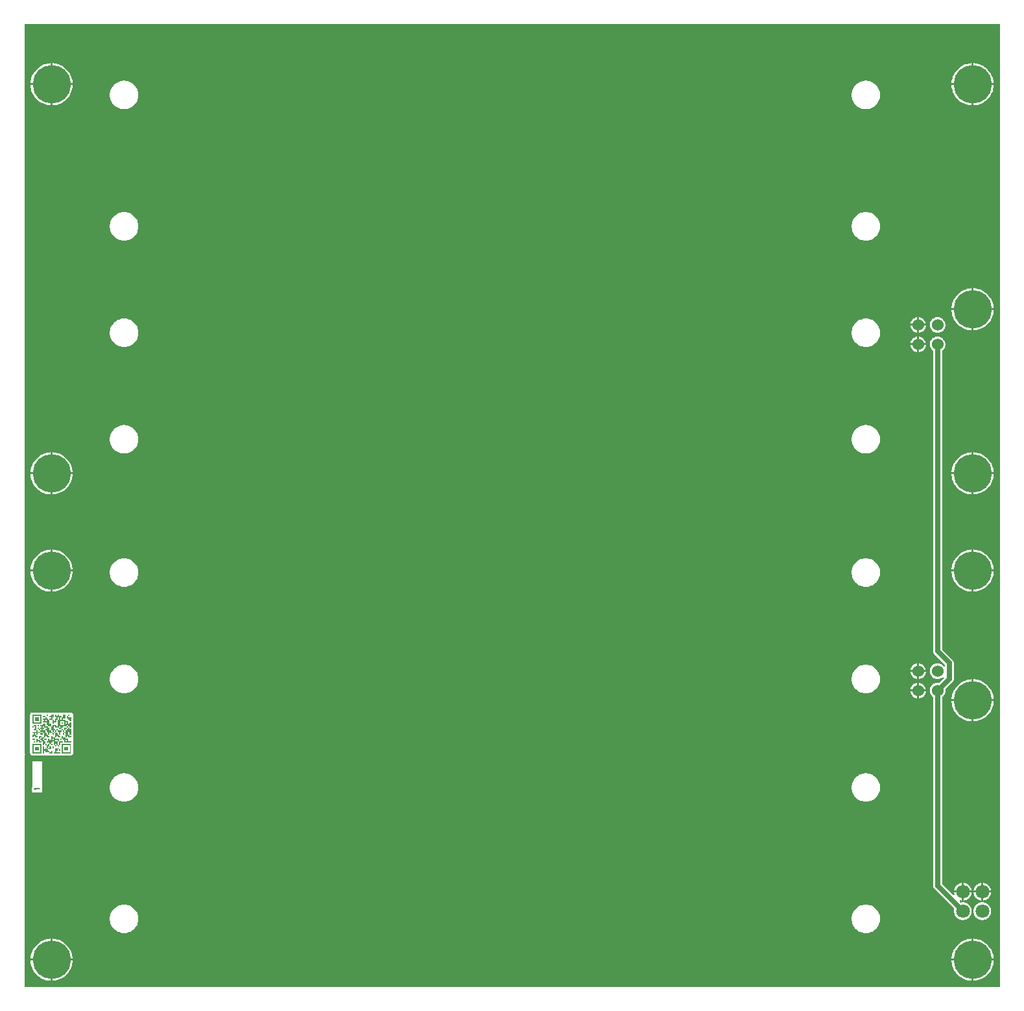
<source format=gtl>
G04 Layer: TopLayer*
G04 EasyEDA v6.5.29, 2023-07-09 11:22:14*
G04 af5271567b5646799a1a99fc6926053b,5a6b42c53f6a479593ecc07194224c93,10*
G04 Gerber Generator version 0.2*
G04 Scale: 100 percent, Rotated: No, Reflected: No *
G04 Dimensions in millimeters *
G04 leading zeros omitted , absolute positions ,4 integer and 5 decimal *
%FSLAX45Y45*%
%MOMM*%

%ADD10C,0.1524*%
%ADD11C,0.6350*%
%ADD12C,5.0000*%
%ADD13C,1.8000*%
%ADD14C,1.5240*%
%ADD15C,0.0133*%

%LPD*%
G36*
X12752781Y25908D02*
G01*
X36068Y26416D01*
X32156Y27178D01*
X28905Y29362D01*
X26670Y32664D01*
X25908Y36576D01*
X25908Y2555240D01*
X26670Y2559151D01*
X28905Y2562402D01*
X32156Y2564638D01*
X36068Y2565400D01*
X32156Y2566162D01*
X28905Y2568397D01*
X26670Y2571648D01*
X25908Y2575560D01*
X25908Y3050540D01*
X26670Y3054451D01*
X28905Y3057702D01*
X32156Y3059938D01*
X36068Y3060700D01*
X32156Y3061462D01*
X28905Y3063697D01*
X26670Y3066948D01*
X25908Y3070860D01*
X25908Y12587681D01*
X26670Y12591592D01*
X28905Y12594894D01*
X32156Y12597079D01*
X36068Y12597841D01*
X12752832Y12597841D01*
X12756692Y12597079D01*
X12759994Y12594894D01*
X12762179Y12591592D01*
X12762992Y12587681D01*
X12762992Y36068D01*
X12762179Y32156D01*
X12759994Y28905D01*
X12756692Y26670D01*
G37*

%LPC*%
G36*
X105410Y11823700D02*
G01*
X368300Y11823700D01*
X368300Y12086386D01*
X352145Y12085370D01*
X329285Y12082018D01*
X306781Y12076734D01*
X284835Y12069572D01*
X263499Y12060631D01*
X243027Y12049912D01*
X223520Y12037568D01*
X205130Y12023598D01*
X187960Y12008104D01*
X172161Y11991289D01*
X157784Y11973153D01*
X144983Y11953900D01*
X133858Y11933682D01*
X124460Y11912549D01*
X116890Y11890756D01*
X111150Y11868353D01*
X107289Y11845594D01*
G37*
G36*
X368300Y105562D02*
G01*
X368300Y368300D01*
X105613Y368300D01*
X106070Y357936D01*
X108966Y334975D01*
X113741Y312369D01*
X120446Y290271D01*
X128930Y268782D01*
X139242Y248107D01*
X151180Y228346D01*
X164795Y209651D01*
X179882Y192125D01*
X196392Y175971D01*
X214172Y161239D01*
X233171Y148031D01*
X253187Y136499D01*
X274066Y126644D01*
X295757Y118618D01*
X318008Y112369D01*
X340664Y108051D01*
X363677Y105664D01*
G37*
G36*
X12417806Y105613D02*
G01*
X12433960Y106629D01*
X12456820Y109982D01*
X12479274Y115265D01*
X12501270Y122428D01*
X12522555Y131368D01*
X12543028Y142087D01*
X12562535Y154432D01*
X12580975Y168402D01*
X12598146Y183896D01*
X12613944Y200710D01*
X12628321Y218846D01*
X12641072Y238099D01*
X12652248Y258317D01*
X12661646Y279450D01*
X12669215Y301244D01*
X12674955Y323646D01*
X12678816Y346405D01*
X12680645Y368300D01*
X12417806Y368300D01*
G37*
G36*
X393700Y105613D02*
G01*
X409854Y106629D01*
X432714Y109982D01*
X455168Y115265D01*
X477164Y122428D01*
X498449Y131368D01*
X518922Y142087D01*
X538429Y154432D01*
X556869Y168402D01*
X574040Y183896D01*
X589838Y200710D01*
X604215Y218846D01*
X616966Y238099D01*
X628142Y258317D01*
X637540Y279450D01*
X645109Y301244D01*
X650849Y323646D01*
X654710Y346405D01*
X656539Y368300D01*
X393700Y368300D01*
G37*
G36*
X105613Y393700D02*
G01*
X368300Y393700D01*
X368300Y656437D01*
X363677Y656336D01*
X340664Y653948D01*
X318008Y649630D01*
X295757Y643382D01*
X274066Y635355D01*
X253187Y625500D01*
X233171Y613968D01*
X214172Y600760D01*
X196392Y586028D01*
X179882Y569874D01*
X164795Y552399D01*
X151180Y533704D01*
X139242Y513892D01*
X128930Y493217D01*
X120446Y471728D01*
X113741Y449630D01*
X108966Y427024D01*
X106070Y404114D01*
G37*
G36*
X12129719Y393700D02*
G01*
X12392406Y393700D01*
X12392406Y656437D01*
X12387783Y656336D01*
X12364770Y653948D01*
X12342114Y649630D01*
X12319863Y643382D01*
X12298172Y635355D01*
X12277293Y625500D01*
X12257278Y613968D01*
X12238278Y600760D01*
X12220498Y586028D01*
X12203988Y569874D01*
X12188901Y552399D01*
X12175286Y533704D01*
X12163348Y513892D01*
X12153036Y493217D01*
X12144552Y471728D01*
X12137847Y449630D01*
X12133072Y427024D01*
X12130176Y404114D01*
G37*
G36*
X12417806Y393700D02*
G01*
X12680645Y393700D01*
X12678816Y415594D01*
X12674955Y438353D01*
X12669215Y460756D01*
X12661646Y482549D01*
X12652248Y503682D01*
X12641072Y523900D01*
X12628321Y543153D01*
X12613944Y561289D01*
X12598146Y578104D01*
X12580975Y593598D01*
X12562535Y607568D01*
X12543028Y619912D01*
X12522555Y630631D01*
X12501270Y639572D01*
X12479274Y646734D01*
X12456820Y652018D01*
X12433960Y655370D01*
X12417806Y656386D01*
G37*
G36*
X393700Y393700D02*
G01*
X656539Y393700D01*
X654710Y415594D01*
X650849Y438353D01*
X645109Y460756D01*
X637540Y482549D01*
X628142Y503682D01*
X616966Y523900D01*
X604215Y543153D01*
X589838Y561289D01*
X574040Y578104D01*
X556869Y593598D01*
X538429Y607568D01*
X518922Y619912D01*
X498449Y630631D01*
X477164Y639572D01*
X455168Y646734D01*
X432714Y652018D01*
X409854Y655370D01*
X393700Y656386D01*
G37*
G36*
X11001095Y729335D02*
G01*
X11019942Y729335D01*
X11038687Y731215D01*
X11057128Y735025D01*
X11075060Y740664D01*
X11092383Y748080D01*
X11108842Y757224D01*
X11124285Y767994D01*
X11138611Y780237D01*
X11151565Y793902D01*
X11163096Y808786D01*
X11173053Y824788D01*
X11181334Y841654D01*
X11187887Y859332D01*
X11192611Y877569D01*
X11195456Y896162D01*
X11196421Y914958D01*
X11195456Y933805D01*
X11192611Y952398D01*
X11187887Y970635D01*
X11181334Y988314D01*
X11173053Y1005179D01*
X11163096Y1021181D01*
X11151565Y1036066D01*
X11138611Y1049731D01*
X11124285Y1061974D01*
X11108842Y1072743D01*
X11092383Y1081887D01*
X11075060Y1089304D01*
X11057128Y1094943D01*
X11038687Y1098753D01*
X11019942Y1100632D01*
X11001095Y1100632D01*
X10982350Y1098753D01*
X10963910Y1094943D01*
X10945977Y1089304D01*
X10928654Y1081887D01*
X10912195Y1072743D01*
X10896752Y1061974D01*
X10882426Y1049731D01*
X10869472Y1036066D01*
X10857941Y1021181D01*
X10847984Y1005179D01*
X10839704Y988314D01*
X10833150Y970635D01*
X10828426Y952398D01*
X10825581Y933805D01*
X10824616Y914958D01*
X10825581Y896162D01*
X10828426Y877569D01*
X10833150Y859332D01*
X10839704Y841654D01*
X10847984Y824788D01*
X10857941Y808786D01*
X10869472Y793902D01*
X10882426Y780237D01*
X10896752Y767994D01*
X10912195Y757224D01*
X10928654Y748080D01*
X10945977Y740664D01*
X10963910Y735025D01*
X10982350Y731215D01*
G37*
G36*
X1317955Y729335D02*
G01*
X1336751Y729335D01*
X1355496Y731215D01*
X1373936Y735025D01*
X1391920Y740664D01*
X1409242Y748080D01*
X1425702Y757224D01*
X1441145Y767994D01*
X1455420Y780237D01*
X1468424Y793902D01*
X1479905Y808786D01*
X1489913Y824788D01*
X1498193Y841654D01*
X1504746Y859332D01*
X1509420Y877569D01*
X1512316Y896162D01*
X1513230Y914958D01*
X1512316Y933805D01*
X1509420Y952398D01*
X1504746Y970635D01*
X1498193Y988314D01*
X1489913Y1005179D01*
X1479905Y1021181D01*
X1468424Y1036066D01*
X1455420Y1049731D01*
X1441145Y1061974D01*
X1425702Y1072743D01*
X1409242Y1081887D01*
X1391920Y1089304D01*
X1373936Y1094943D01*
X1355496Y1098753D01*
X1336751Y1100632D01*
X1317955Y1100632D01*
X1299210Y1098753D01*
X1280769Y1094943D01*
X1262786Y1089304D01*
X1245463Y1081887D01*
X1229004Y1072743D01*
X1213561Y1061974D01*
X1199286Y1049731D01*
X1186281Y1036066D01*
X1174800Y1021181D01*
X1164793Y1005179D01*
X1156512Y988314D01*
X1149959Y970635D01*
X1145286Y952398D01*
X1142390Y933805D01*
X1141476Y914958D01*
X1142390Y896162D01*
X1145286Y877569D01*
X1149959Y859332D01*
X1156512Y841654D01*
X1164793Y824788D01*
X1174800Y808786D01*
X1186281Y793902D01*
X1199286Y780237D01*
X1213561Y767994D01*
X1229004Y757224D01*
X1245463Y748080D01*
X1262786Y740664D01*
X1280769Y735025D01*
X1299210Y731215D01*
G37*
G36*
X12532106Y900125D02*
G01*
X12546634Y901039D01*
X12560909Y903732D01*
X12574778Y908253D01*
X12587935Y914450D01*
X12600228Y922223D01*
X12611404Y931519D01*
X12621361Y942136D01*
X12629946Y953922D01*
X12636957Y966673D01*
X12642291Y980186D01*
X12645948Y994308D01*
X12647777Y1008735D01*
X12647777Y1023264D01*
X12645948Y1037742D01*
X12642291Y1051814D01*
X12636957Y1065326D01*
X12629946Y1078077D01*
X12621361Y1089863D01*
X12611404Y1100480D01*
X12600228Y1109776D01*
X12587935Y1117549D01*
X12574778Y1123746D01*
X12560909Y1128268D01*
X12546634Y1130960D01*
X12532106Y1131874D01*
X12517577Y1130960D01*
X12503251Y1128268D01*
X12489434Y1123746D01*
X12476276Y1117549D01*
X12463983Y1109776D01*
X12452756Y1100480D01*
X12442799Y1089863D01*
X12434265Y1078077D01*
X12427254Y1065326D01*
X12421870Y1051814D01*
X12418263Y1037742D01*
X12416434Y1023264D01*
X12416434Y1008735D01*
X12418263Y994308D01*
X12421870Y980186D01*
X12427254Y966673D01*
X12434265Y953922D01*
X12442799Y942136D01*
X12452756Y931519D01*
X12463983Y922223D01*
X12476276Y914450D01*
X12489434Y908253D01*
X12503251Y903732D01*
X12517577Y901039D01*
G37*
G36*
X12278106Y900125D02*
G01*
X12292634Y901039D01*
X12306909Y903732D01*
X12320778Y908253D01*
X12333935Y914450D01*
X12346228Y922223D01*
X12357404Y931519D01*
X12367361Y942136D01*
X12375946Y953922D01*
X12382957Y966673D01*
X12388291Y980186D01*
X12391948Y994308D01*
X12393777Y1008735D01*
X12393777Y1023264D01*
X12391948Y1037742D01*
X12388291Y1051814D01*
X12382957Y1065326D01*
X12375946Y1078077D01*
X12367361Y1089863D01*
X12357404Y1100480D01*
X12346228Y1109776D01*
X12333935Y1117549D01*
X12320778Y1123746D01*
X12306909Y1128268D01*
X12292634Y1130960D01*
X12278106Y1131874D01*
X12263577Y1130960D01*
X12255347Y1129385D01*
X12252045Y1129334D01*
X12248896Y1130300D01*
X12246254Y1132179D01*
X12236856Y1141577D01*
X12234468Y1145387D01*
X12233910Y1149858D01*
X12235383Y1154074D01*
X12238482Y1157274D01*
X12242698Y1158849D01*
X12247168Y1158443D01*
X12249251Y1157732D01*
X12263577Y1155039D01*
X12265406Y1154938D01*
X12265406Y1257300D01*
X12163094Y1257300D01*
X12164263Y1248308D01*
X12166803Y1238351D01*
X12166955Y1233982D01*
X12165228Y1229969D01*
X12161977Y1227023D01*
X12157811Y1225702D01*
X12153493Y1226312D01*
X12149785Y1228648D01*
X12008561Y1369923D01*
X12006326Y1373174D01*
X12005564Y1377086D01*
X12005564Y3806291D01*
X12006021Y3809288D01*
X12007342Y3812032D01*
X12009424Y3814267D01*
X12016384Y3819702D01*
X12025833Y3829507D01*
X12033910Y3840479D01*
X12040463Y3852468D01*
X12045391Y3865168D01*
X12048540Y3878427D01*
X12049912Y3892042D01*
X12049455Y3905656D01*
X12048947Y3908806D01*
X12048896Y3912006D01*
X12049861Y3915054D01*
X12051741Y3917645D01*
X12143587Y4009491D01*
X12149988Y4017060D01*
X12154865Y4025239D01*
X12158319Y4034078D01*
X12160300Y4043527D01*
X12160758Y4050842D01*
X12160758Y4254093D01*
X12159945Y4263999D01*
X12157608Y4273194D01*
X12153798Y4281932D01*
X12148515Y4289958D01*
X12143638Y4295495D01*
X12011355Y4427829D01*
X12009120Y4431080D01*
X12008358Y4434992D01*
X12008358Y8329269D01*
X12008815Y8332266D01*
X12010136Y8335009D01*
X12012218Y8337245D01*
X12016384Y8340496D01*
X12025833Y8350300D01*
X12033910Y8361273D01*
X12040463Y8373262D01*
X12045391Y8385962D01*
X12048540Y8399221D01*
X12049912Y8412835D01*
X12049455Y8426450D01*
X12047169Y8439912D01*
X12043156Y8452916D01*
X12037415Y8465261D01*
X12030049Y8476792D01*
X12021261Y8487206D01*
X12011152Y8496350D01*
X11999925Y8504072D01*
X11987733Y8510219D01*
X11974830Y8514689D01*
X11961469Y8517382D01*
X11947906Y8518296D01*
X11934291Y8517382D01*
X11920931Y8514689D01*
X11908028Y8510219D01*
X11895836Y8504072D01*
X11884609Y8496350D01*
X11874500Y8487206D01*
X11865711Y8476792D01*
X11858345Y8465261D01*
X11852605Y8452916D01*
X11848592Y8439912D01*
X11846306Y8426450D01*
X11845848Y8412835D01*
X11847220Y8399221D01*
X11850370Y8385962D01*
X11855297Y8373262D01*
X11861850Y8361273D01*
X11869928Y8350300D01*
X11879427Y8340496D01*
X11889181Y8332774D01*
X11891264Y8330590D01*
X11892584Y8327847D01*
X11893042Y8324799D01*
X11893042Y4407306D01*
X11893854Y4397400D01*
X11896191Y4388205D01*
X11900001Y4379468D01*
X11905284Y4371441D01*
X11910161Y4365904D01*
X12042444Y4233570D01*
X12044680Y4230319D01*
X12045442Y4226407D01*
X12045442Y4219549D01*
X12044629Y4215536D01*
X12042241Y4212183D01*
X12038787Y4209999D01*
X12034723Y4209389D01*
X12030760Y4210456D01*
X12027509Y4212996D01*
X12021261Y4220413D01*
X12011152Y4229557D01*
X11999925Y4237278D01*
X11987733Y4243425D01*
X11974830Y4247896D01*
X11961469Y4250588D01*
X11947906Y4251502D01*
X11934291Y4250588D01*
X11920931Y4247896D01*
X11908028Y4243425D01*
X11895836Y4237278D01*
X11884609Y4229557D01*
X11874500Y4220413D01*
X11865711Y4209999D01*
X11858345Y4198467D01*
X11852605Y4186123D01*
X11848592Y4173118D01*
X11846306Y4159656D01*
X11845848Y4146042D01*
X11847220Y4132427D01*
X11850370Y4119168D01*
X11855297Y4106468D01*
X11861850Y4094479D01*
X11869928Y4083507D01*
X11879427Y4073702D01*
X11890095Y4065270D01*
X11901830Y4058310D01*
X11914378Y4052976D01*
X11927535Y4049369D01*
X11941048Y4047591D01*
X11954713Y4047591D01*
X11968226Y4049369D01*
X11981383Y4052976D01*
X11993930Y4058310D01*
X12005665Y4065270D01*
X12015114Y4072737D01*
X12019026Y4074668D01*
X12023394Y4074718D01*
X12027408Y4072991D01*
X12030303Y4069740D01*
X12031573Y4065574D01*
X12030964Y4061256D01*
X12028627Y4057599D01*
X11970461Y3999433D01*
X11966803Y3997096D01*
X11962536Y3996486D01*
X11947855Y3997502D01*
X11934291Y3996588D01*
X11920931Y3993896D01*
X11908028Y3989425D01*
X11895836Y3983278D01*
X11884609Y3975557D01*
X11874500Y3966413D01*
X11865711Y3955999D01*
X11858345Y3944467D01*
X11852605Y3932123D01*
X11848592Y3919118D01*
X11846306Y3905656D01*
X11845848Y3892042D01*
X11847220Y3878427D01*
X11850370Y3865168D01*
X11855297Y3852468D01*
X11861850Y3840479D01*
X11869928Y3829507D01*
X11879427Y3819702D01*
X11886387Y3814216D01*
X11888470Y3811981D01*
X11889790Y3809237D01*
X11890248Y3806240D01*
X11890248Y1349400D01*
X11891060Y1339494D01*
X11893397Y1330299D01*
X11897207Y1321562D01*
X11902490Y1313535D01*
X11907367Y1307998D01*
X12162891Y1052474D01*
X12164923Y1049629D01*
X12165838Y1046226D01*
X12165533Y1042771D01*
X12164263Y1037742D01*
X12162434Y1023264D01*
X12162434Y1008735D01*
X12164263Y994308D01*
X12167870Y980186D01*
X12173254Y966673D01*
X12180265Y953922D01*
X12188799Y942136D01*
X12198756Y931519D01*
X12209983Y922223D01*
X12222276Y914450D01*
X12235434Y908253D01*
X12249251Y903732D01*
X12263577Y901039D01*
G37*
G36*
X12129516Y11823700D02*
G01*
X12392406Y11823700D01*
X12392406Y12086386D01*
X12376251Y12085370D01*
X12353391Y12082018D01*
X12330887Y12076734D01*
X12308941Y12069572D01*
X12287605Y12060631D01*
X12267133Y12049912D01*
X12247626Y12037568D01*
X12229236Y12023598D01*
X12212066Y12008104D01*
X12196267Y11991289D01*
X12181890Y11973153D01*
X12169089Y11953900D01*
X12157964Y11933682D01*
X12148566Y11912549D01*
X12140996Y11890756D01*
X12135256Y11868353D01*
X12131395Y11845594D01*
G37*
G36*
X12519406Y1154938D02*
G01*
X12519406Y1257300D01*
X12417094Y1257300D01*
X12418263Y1248308D01*
X12421870Y1234186D01*
X12427254Y1220673D01*
X12434265Y1207922D01*
X12442799Y1196136D01*
X12452756Y1185519D01*
X12463983Y1176223D01*
X12476276Y1168450D01*
X12489434Y1162253D01*
X12503251Y1157732D01*
X12517577Y1155039D01*
G37*
G36*
X12544806Y1154938D02*
G01*
X12546634Y1155039D01*
X12560909Y1157732D01*
X12574778Y1162253D01*
X12587935Y1168450D01*
X12600228Y1176223D01*
X12611404Y1185519D01*
X12621361Y1196136D01*
X12629946Y1207922D01*
X12636957Y1220673D01*
X12642291Y1234186D01*
X12645948Y1248308D01*
X12647066Y1257300D01*
X12544806Y1257300D01*
G37*
G36*
X12290806Y1154938D02*
G01*
X12292634Y1155039D01*
X12306909Y1157732D01*
X12320778Y1162253D01*
X12333935Y1168450D01*
X12346228Y1176223D01*
X12357404Y1185519D01*
X12367361Y1196136D01*
X12375946Y1207922D01*
X12382957Y1220673D01*
X12388291Y1234186D01*
X12391948Y1248308D01*
X12393066Y1257300D01*
X12290806Y1257300D01*
G37*
G36*
X12417806Y11823700D02*
G01*
X12680442Y11823700D01*
X12680035Y11834063D01*
X12677140Y11857024D01*
X12672314Y11879630D01*
X12665659Y11901728D01*
X12657124Y11923217D01*
X12646863Y11943892D01*
X12634925Y11963704D01*
X12621310Y11982348D01*
X12606223Y11999874D01*
X12589713Y12016028D01*
X12571933Y12030760D01*
X12552934Y12043968D01*
X12532918Y12055500D01*
X12512040Y12065355D01*
X12490348Y12073382D01*
X12468098Y12079630D01*
X12445390Y12083948D01*
X12422428Y12086336D01*
X12417806Y12086437D01*
G37*
G36*
X393700Y11823700D02*
G01*
X656336Y11823700D01*
X655929Y11834063D01*
X653034Y11857024D01*
X648208Y11879630D01*
X641553Y11901728D01*
X633018Y11923217D01*
X622757Y11943892D01*
X610819Y11963704D01*
X597204Y11982348D01*
X582117Y11999874D01*
X565607Y12016028D01*
X547827Y12030760D01*
X528828Y12043968D01*
X508812Y12055500D01*
X487934Y12065355D01*
X466242Y12073382D01*
X443992Y12079630D01*
X421284Y12083948D01*
X398322Y12086336D01*
X393700Y12086437D01*
G37*
G36*
X12417094Y1282700D02*
G01*
X12519406Y1282700D01*
X12519406Y1385112D01*
X12517577Y1384960D01*
X12503251Y1382268D01*
X12489434Y1377746D01*
X12476276Y1371549D01*
X12463983Y1363776D01*
X12452756Y1354480D01*
X12442799Y1343863D01*
X12434265Y1332077D01*
X12427254Y1319326D01*
X12421870Y1305814D01*
X12418263Y1291742D01*
G37*
G36*
X12290806Y1282700D02*
G01*
X12393066Y1282700D01*
X12391948Y1291742D01*
X12388291Y1305814D01*
X12382957Y1319326D01*
X12375946Y1332077D01*
X12367361Y1343863D01*
X12357404Y1354480D01*
X12346228Y1363776D01*
X12333935Y1371549D01*
X12320778Y1377746D01*
X12306909Y1382268D01*
X12292634Y1384960D01*
X12290806Y1385112D01*
G37*
G36*
X12163094Y1282700D02*
G01*
X12265406Y1282700D01*
X12265406Y1385112D01*
X12263577Y1384960D01*
X12249251Y1382268D01*
X12235434Y1377746D01*
X12222276Y1371549D01*
X12209983Y1363776D01*
X12198756Y1354480D01*
X12188799Y1343863D01*
X12180265Y1332077D01*
X12173254Y1319326D01*
X12167870Y1305814D01*
X12164263Y1291742D01*
G37*
G36*
X12544806Y1282700D02*
G01*
X12647066Y1282700D01*
X12645948Y1291742D01*
X12642291Y1305814D01*
X12636957Y1319326D01*
X12629946Y1332077D01*
X12621361Y1343863D01*
X12611404Y1354480D01*
X12600228Y1363776D01*
X12587935Y1371549D01*
X12574778Y1377746D01*
X12560909Y1382268D01*
X12546634Y1384960D01*
X12544806Y1385112D01*
G37*
G36*
X11001095Y2445156D02*
G01*
X11019942Y2445156D01*
X11038687Y2447036D01*
X11057128Y2450846D01*
X11075060Y2456484D01*
X11092383Y2463901D01*
X11108842Y2473045D01*
X11124285Y2483815D01*
X11138611Y2496058D01*
X11151565Y2509723D01*
X11163096Y2524607D01*
X11173053Y2540609D01*
X11181334Y2557475D01*
X11187887Y2575153D01*
X11192611Y2593390D01*
X11195456Y2611983D01*
X11196421Y2630779D01*
X11195456Y2649626D01*
X11192611Y2668219D01*
X11187887Y2686456D01*
X11181334Y2704134D01*
X11173053Y2721000D01*
X11163096Y2737002D01*
X11151565Y2751886D01*
X11138611Y2765552D01*
X11124285Y2777794D01*
X11108842Y2788564D01*
X11092383Y2797708D01*
X11075060Y2805125D01*
X11057128Y2810764D01*
X11038687Y2814574D01*
X11019942Y2816453D01*
X11001095Y2816453D01*
X10982350Y2814574D01*
X10963910Y2810764D01*
X10945977Y2805125D01*
X10928654Y2797708D01*
X10912195Y2788564D01*
X10896752Y2777794D01*
X10882426Y2765552D01*
X10869472Y2751886D01*
X10857941Y2737002D01*
X10847984Y2721000D01*
X10839704Y2704134D01*
X10833150Y2686456D01*
X10828426Y2668219D01*
X10825581Y2649626D01*
X10824616Y2630779D01*
X10825581Y2611983D01*
X10828426Y2593390D01*
X10833150Y2575153D01*
X10839704Y2557475D01*
X10847984Y2540609D01*
X10857941Y2524607D01*
X10869472Y2509723D01*
X10882426Y2496058D01*
X10896752Y2483815D01*
X10912195Y2473045D01*
X10928654Y2463901D01*
X10945977Y2456484D01*
X10963910Y2450846D01*
X10982350Y2447036D01*
G37*
G36*
X1317955Y2445156D02*
G01*
X1336751Y2445156D01*
X1355496Y2447036D01*
X1373936Y2450846D01*
X1391920Y2456484D01*
X1409242Y2463901D01*
X1425702Y2473045D01*
X1441145Y2483815D01*
X1455420Y2496058D01*
X1468424Y2509723D01*
X1479905Y2524607D01*
X1489913Y2540609D01*
X1498193Y2557475D01*
X1504746Y2575153D01*
X1509420Y2593390D01*
X1512316Y2611983D01*
X1513230Y2630779D01*
X1512316Y2649626D01*
X1509420Y2668219D01*
X1504746Y2686456D01*
X1498193Y2704134D01*
X1489913Y2721000D01*
X1479905Y2737002D01*
X1468424Y2751886D01*
X1455420Y2765552D01*
X1441145Y2777794D01*
X1425702Y2788564D01*
X1409242Y2797708D01*
X1391920Y2805125D01*
X1373936Y2810764D01*
X1355496Y2814574D01*
X1336751Y2816453D01*
X1317955Y2816453D01*
X1299210Y2814574D01*
X1280769Y2810764D01*
X1262786Y2805125D01*
X1245463Y2797708D01*
X1229004Y2788564D01*
X1213561Y2777794D01*
X1199286Y2765552D01*
X1186281Y2751886D01*
X1174800Y2737002D01*
X1164793Y2721000D01*
X1156512Y2704134D01*
X1149959Y2686456D01*
X1145286Y2668219D01*
X1142390Y2649626D01*
X1141476Y2630779D01*
X1142390Y2611983D01*
X1145286Y2593390D01*
X1149959Y2575153D01*
X1156512Y2557475D01*
X1164793Y2540609D01*
X1174800Y2524607D01*
X1186281Y2509723D01*
X1199286Y2496058D01*
X1213561Y2483815D01*
X1229004Y2473045D01*
X1245463Y2463901D01*
X1262786Y2456484D01*
X1280769Y2450846D01*
X1299210Y2447036D01*
G37*
G36*
X116839Y2565400D02*
G01*
X252984Y2565400D01*
X254000Y2566416D01*
X254000Y2579065D01*
X254406Y2581859D01*
X255676Y2584653D01*
X257606Y2590139D01*
X258317Y2596438D01*
X258317Y2626563D01*
X257606Y2632862D01*
X254406Y2641142D01*
X254000Y2643936D01*
X254000Y2970784D01*
X252984Y2971800D01*
X128016Y2971800D01*
X127000Y2970784D01*
X127000Y2639822D01*
X126441Y2636469D01*
X125171Y2632862D01*
X124460Y2626563D01*
X124460Y2596438D01*
X125171Y2590139D01*
X126441Y2586532D01*
X127000Y2583180D01*
X127000Y2575560D01*
X126237Y2571648D01*
X124002Y2568397D01*
X120751Y2566162D01*
G37*
G36*
X127558Y3050438D02*
G01*
X634441Y3050438D01*
X640791Y3051149D01*
X646226Y3053080D01*
X651103Y3056128D01*
X655218Y3060242D01*
X658317Y3065119D01*
X660196Y3070606D01*
X660908Y3076905D01*
X660908Y3583787D01*
X660196Y3590086D01*
X658317Y3595573D01*
X655218Y3600450D01*
X651103Y3604564D01*
X646226Y3607612D01*
X640791Y3609543D01*
X634441Y3610254D01*
X127558Y3610254D01*
X121259Y3609543D01*
X115062Y3607358D01*
X111709Y3606800D01*
X102616Y3606800D01*
X101600Y3605784D01*
X101549Y3587648D01*
X101092Y3583787D01*
X101092Y3076803D01*
X101549Y3071774D01*
X101092Y3067608D01*
X98958Y3064002D01*
X95554Y3061563D01*
X91440Y3060700D01*
X102108Y3060700D01*
X106019Y3059938D01*
X109321Y3057702D01*
X110896Y3056128D01*
X115773Y3053080D01*
X121259Y3051149D01*
G37*
G36*
X12392406Y3492957D02*
G01*
X12392406Y3755694D01*
X12129719Y3755694D01*
X12130176Y3745331D01*
X12133072Y3722370D01*
X12137847Y3699764D01*
X12144552Y3677665D01*
X12153036Y3656177D01*
X12163348Y3635501D01*
X12175286Y3615740D01*
X12188901Y3597046D01*
X12203988Y3579520D01*
X12220498Y3563365D01*
X12238278Y3548634D01*
X12257278Y3535426D01*
X12277293Y3523894D01*
X12298172Y3514039D01*
X12319863Y3506012D01*
X12342114Y3499764D01*
X12364770Y3495446D01*
X12387783Y3493058D01*
G37*
G36*
X12417806Y3493008D02*
G01*
X12433960Y3494024D01*
X12456820Y3497376D01*
X12479274Y3502660D01*
X12501270Y3509822D01*
X12522555Y3518763D01*
X12543028Y3529482D01*
X12562535Y3541826D01*
X12580975Y3555796D01*
X12598146Y3571290D01*
X12613944Y3588105D01*
X12628321Y3606241D01*
X12641072Y3625494D01*
X12652248Y3645712D01*
X12661646Y3666845D01*
X12669215Y3688638D01*
X12674955Y3711041D01*
X12678816Y3733800D01*
X12680645Y3755694D01*
X12417806Y3755694D01*
G37*
G36*
X12129719Y3781094D02*
G01*
X12392406Y3781094D01*
X12392406Y4043832D01*
X12387783Y4043730D01*
X12364770Y4041343D01*
X12342114Y4037025D01*
X12319863Y4030776D01*
X12298172Y4022750D01*
X12277293Y4012895D01*
X12257278Y4001363D01*
X12238278Y3988155D01*
X12220498Y3973423D01*
X12203988Y3957269D01*
X12188901Y3939794D01*
X12175286Y3921099D01*
X12163348Y3901287D01*
X12153036Y3880612D01*
X12144552Y3859123D01*
X12137847Y3837025D01*
X12133072Y3814419D01*
X12130176Y3791508D01*
G37*
G36*
X12417806Y3781094D02*
G01*
X12680645Y3781094D01*
X12678816Y3802989D01*
X12674955Y3825748D01*
X12669215Y3848150D01*
X12661646Y3869944D01*
X12652248Y3891076D01*
X12641072Y3911295D01*
X12628321Y3930548D01*
X12613944Y3948684D01*
X12598146Y3965498D01*
X12580975Y3980992D01*
X12562535Y3994962D01*
X12543028Y4007307D01*
X12522555Y4018026D01*
X12501270Y4026966D01*
X12479274Y4034129D01*
X12456820Y4039412D01*
X12433960Y4042765D01*
X12417806Y4043781D01*
G37*
G36*
X11681206Y3794353D02*
G01*
X11681206Y3882745D01*
X11592814Y3882745D01*
X11593220Y3878427D01*
X11596370Y3865168D01*
X11601297Y3852468D01*
X11607850Y3840479D01*
X11615928Y3829507D01*
X11625427Y3819702D01*
X11636095Y3811270D01*
X11647830Y3804310D01*
X11660378Y3798976D01*
X11673535Y3795369D01*
G37*
G36*
X11706606Y3794353D02*
G01*
X11714226Y3795369D01*
X11727383Y3798976D01*
X11739930Y3804310D01*
X11751665Y3811270D01*
X11762384Y3819702D01*
X11771833Y3829507D01*
X11779910Y3840479D01*
X11786463Y3852468D01*
X11791391Y3865168D01*
X11794540Y3878427D01*
X11794998Y3882745D01*
X11706606Y3882745D01*
G37*
G36*
X11001095Y3860139D02*
G01*
X11019942Y3860139D01*
X11038687Y3862019D01*
X11057128Y3865829D01*
X11075060Y3871468D01*
X11092383Y3878884D01*
X11108842Y3888028D01*
X11124285Y3898798D01*
X11138611Y3911041D01*
X11151565Y3924706D01*
X11163096Y3939590D01*
X11173053Y3955592D01*
X11181334Y3972458D01*
X11187887Y3990136D01*
X11192611Y4008374D01*
X11195456Y4026966D01*
X11196421Y4045762D01*
X11195456Y4064609D01*
X11192611Y4083202D01*
X11187887Y4101439D01*
X11181334Y4119118D01*
X11173053Y4135983D01*
X11163096Y4151985D01*
X11151565Y4166870D01*
X11138611Y4180535D01*
X11124285Y4192778D01*
X11108842Y4203547D01*
X11092383Y4212691D01*
X11075060Y4220108D01*
X11057128Y4225747D01*
X11038687Y4229557D01*
X11019942Y4231436D01*
X11001095Y4231436D01*
X10982350Y4229557D01*
X10963910Y4225747D01*
X10945977Y4220108D01*
X10928654Y4212691D01*
X10912195Y4203547D01*
X10896752Y4192778D01*
X10882426Y4180535D01*
X10869472Y4166870D01*
X10857941Y4151985D01*
X10847984Y4135983D01*
X10839704Y4119118D01*
X10833150Y4101439D01*
X10828426Y4083202D01*
X10825581Y4064609D01*
X10824616Y4045762D01*
X10825581Y4026966D01*
X10828426Y4008374D01*
X10833150Y3990136D01*
X10839704Y3972458D01*
X10847984Y3955592D01*
X10857941Y3939590D01*
X10869472Y3924706D01*
X10882426Y3911041D01*
X10896752Y3898798D01*
X10912195Y3888028D01*
X10928654Y3878884D01*
X10945977Y3871468D01*
X10963910Y3865829D01*
X10982350Y3862019D01*
G37*
G36*
X1317955Y3860139D02*
G01*
X1336751Y3860139D01*
X1355496Y3862019D01*
X1373936Y3865829D01*
X1391920Y3871468D01*
X1409242Y3878884D01*
X1425702Y3888028D01*
X1441145Y3898798D01*
X1455420Y3911041D01*
X1468424Y3924706D01*
X1479905Y3939590D01*
X1489913Y3955592D01*
X1498193Y3972458D01*
X1504746Y3990136D01*
X1509420Y4008374D01*
X1512316Y4026966D01*
X1513230Y4045762D01*
X1512316Y4064609D01*
X1509420Y4083202D01*
X1504746Y4101439D01*
X1498193Y4119118D01*
X1489913Y4135983D01*
X1479905Y4151985D01*
X1468424Y4166870D01*
X1455420Y4180535D01*
X1441145Y4192778D01*
X1425702Y4203547D01*
X1409242Y4212691D01*
X1391920Y4220108D01*
X1373936Y4225747D01*
X1355496Y4229557D01*
X1336751Y4231436D01*
X1317955Y4231436D01*
X1299210Y4229557D01*
X1280769Y4225747D01*
X1262786Y4220108D01*
X1245463Y4212691D01*
X1229004Y4203547D01*
X1213561Y4192778D01*
X1199286Y4180535D01*
X1186281Y4166870D01*
X1174800Y4151985D01*
X1164793Y4135983D01*
X1156512Y4119118D01*
X1149959Y4101439D01*
X1145286Y4083202D01*
X1142390Y4064609D01*
X1141476Y4045762D01*
X1142390Y4026966D01*
X1145286Y4008374D01*
X1149959Y3990136D01*
X1156512Y3972458D01*
X1164793Y3955592D01*
X1174800Y3939590D01*
X1186281Y3924706D01*
X1199286Y3911041D01*
X1213561Y3898798D01*
X1229004Y3888028D01*
X1245463Y3878884D01*
X1262786Y3871468D01*
X1280769Y3865829D01*
X1299210Y3862019D01*
G37*
G36*
X11706606Y3908145D02*
G01*
X11795048Y3908145D01*
X11793169Y3919118D01*
X11789156Y3932123D01*
X11783415Y3944467D01*
X11776049Y3955999D01*
X11767261Y3966413D01*
X11757152Y3975557D01*
X11745925Y3983278D01*
X11733733Y3989425D01*
X11720830Y3993896D01*
X11706606Y3996690D01*
G37*
G36*
X11592712Y3908145D02*
G01*
X11681206Y3908145D01*
X11681206Y3996690D01*
X11666931Y3993896D01*
X11654028Y3989425D01*
X11641836Y3983278D01*
X11630609Y3975557D01*
X11620500Y3966413D01*
X11611711Y3955999D01*
X11604345Y3944467D01*
X11598605Y3932123D01*
X11594592Y3919118D01*
G37*
G36*
X368300Y11535613D02*
G01*
X368300Y11798300D01*
X105410Y11798300D01*
X107289Y11776405D01*
X111150Y11753646D01*
X116890Y11731244D01*
X124460Y11709450D01*
X133858Y11688318D01*
X144983Y11668099D01*
X157784Y11648846D01*
X172161Y11630710D01*
X187960Y11613896D01*
X205130Y11598402D01*
X223520Y11584432D01*
X243027Y11572087D01*
X263499Y11561368D01*
X284835Y11552428D01*
X306781Y11545265D01*
X329285Y11539982D01*
X352145Y11536629D01*
G37*
G36*
X12392406Y11535613D02*
G01*
X12392406Y11798300D01*
X12129516Y11798300D01*
X12131395Y11776405D01*
X12135256Y11753646D01*
X12140996Y11731244D01*
X12148566Y11709450D01*
X12157964Y11688318D01*
X12169089Y11668099D01*
X12181890Y11648846D01*
X12196267Y11630710D01*
X12212066Y11613896D01*
X12229236Y11598402D01*
X12247626Y11584432D01*
X12267133Y11572087D01*
X12287605Y11561368D01*
X12308941Y11552428D01*
X12330887Y11545265D01*
X12353391Y11539982D01*
X12376251Y11536629D01*
G37*
G36*
X11681206Y4048353D02*
G01*
X11681206Y4136745D01*
X11592814Y4136745D01*
X11593220Y4132427D01*
X11596370Y4119168D01*
X11601297Y4106468D01*
X11607850Y4094479D01*
X11615928Y4083507D01*
X11625427Y4073702D01*
X11636095Y4065270D01*
X11647830Y4058310D01*
X11660378Y4052976D01*
X11673535Y4049369D01*
G37*
G36*
X11706606Y4048353D02*
G01*
X11714226Y4049369D01*
X11727383Y4052976D01*
X11739930Y4058310D01*
X11751665Y4065270D01*
X11762384Y4073702D01*
X11771833Y4083507D01*
X11779910Y4094479D01*
X11786463Y4106468D01*
X11791391Y4119168D01*
X11794540Y4132427D01*
X11794998Y4136745D01*
X11706606Y4136745D01*
G37*
G36*
X11706606Y4162145D02*
G01*
X11795048Y4162145D01*
X11793169Y4173118D01*
X11789156Y4186123D01*
X11783415Y4198467D01*
X11776049Y4209999D01*
X11767261Y4220413D01*
X11757152Y4229557D01*
X11745925Y4237278D01*
X11733733Y4243425D01*
X11720830Y4247896D01*
X11706606Y4250690D01*
G37*
G36*
X11592712Y4162145D02*
G01*
X11681206Y4162145D01*
X11681206Y4250690D01*
X11666931Y4247896D01*
X11654028Y4243425D01*
X11641836Y4237278D01*
X11630609Y4229557D01*
X11620500Y4220413D01*
X11611711Y4209999D01*
X11604345Y4198467D01*
X11598605Y4186123D01*
X11594592Y4173118D01*
G37*
G36*
X393700Y11535562D02*
G01*
X398322Y11535664D01*
X421284Y11538051D01*
X443992Y11542369D01*
X466242Y11548618D01*
X487934Y11556644D01*
X508812Y11566499D01*
X528828Y11578031D01*
X547827Y11591239D01*
X565607Y11605971D01*
X582117Y11622125D01*
X597204Y11639600D01*
X610819Y11658295D01*
X622757Y11678107D01*
X633018Y11698782D01*
X641553Y11720271D01*
X648208Y11742369D01*
X653034Y11764975D01*
X655929Y11787936D01*
X656336Y11798300D01*
X393700Y11798300D01*
G37*
G36*
X12392406Y5185562D02*
G01*
X12392406Y5448300D01*
X12129719Y5448300D01*
X12130176Y5437936D01*
X12133072Y5414975D01*
X12137847Y5392369D01*
X12144552Y5370271D01*
X12153036Y5348782D01*
X12163348Y5328107D01*
X12175286Y5308346D01*
X12188901Y5289651D01*
X12203988Y5272125D01*
X12220498Y5255971D01*
X12238278Y5241239D01*
X12257278Y5228031D01*
X12277293Y5216499D01*
X12298172Y5206644D01*
X12319863Y5198618D01*
X12342114Y5192369D01*
X12364770Y5188051D01*
X12387783Y5185664D01*
G37*
G36*
X12392406Y105562D02*
G01*
X12392406Y368300D01*
X12129719Y368300D01*
X12130176Y357936D01*
X12133072Y334975D01*
X12137847Y312369D01*
X12144552Y290271D01*
X12153036Y268782D01*
X12163348Y248107D01*
X12175286Y228346D01*
X12188901Y209651D01*
X12203988Y192125D01*
X12220498Y175971D01*
X12238278Y161239D01*
X12257278Y148031D01*
X12277293Y136499D01*
X12298172Y126644D01*
X12319863Y118618D01*
X12342114Y112369D01*
X12364770Y108051D01*
X12387783Y105664D01*
G37*
G36*
X12417806Y5185613D02*
G01*
X12433960Y5186629D01*
X12456820Y5189982D01*
X12479274Y5195265D01*
X12501270Y5202428D01*
X12522555Y5211368D01*
X12543028Y5222087D01*
X12562535Y5234432D01*
X12580975Y5248402D01*
X12598146Y5263896D01*
X12613944Y5280710D01*
X12628321Y5298846D01*
X12641072Y5318099D01*
X12652248Y5338318D01*
X12661646Y5359450D01*
X12669215Y5381244D01*
X12674955Y5403646D01*
X12678816Y5426405D01*
X12680645Y5448300D01*
X12417806Y5448300D01*
G37*
G36*
X393700Y5185613D02*
G01*
X409854Y5186629D01*
X432714Y5189982D01*
X455168Y5195265D01*
X477164Y5202428D01*
X498449Y5211368D01*
X518922Y5222087D01*
X538429Y5234432D01*
X556869Y5248402D01*
X574040Y5263896D01*
X589838Y5280710D01*
X604215Y5298846D01*
X616966Y5318099D01*
X628142Y5338318D01*
X637540Y5359450D01*
X645109Y5381244D01*
X650849Y5403646D01*
X654710Y5426405D01*
X656539Y5448300D01*
X393700Y5448300D01*
G37*
G36*
X11001095Y5250129D02*
G01*
X11019942Y5250129D01*
X11038687Y5252008D01*
X11057128Y5255818D01*
X11075060Y5261457D01*
X11092383Y5268874D01*
X11108842Y5278018D01*
X11124285Y5288788D01*
X11138611Y5301030D01*
X11151565Y5314696D01*
X11163096Y5329580D01*
X11173053Y5345582D01*
X11181334Y5362448D01*
X11187887Y5380126D01*
X11192611Y5398363D01*
X11195456Y5416956D01*
X11196421Y5435752D01*
X11195456Y5454599D01*
X11192611Y5473192D01*
X11187887Y5491429D01*
X11181334Y5509107D01*
X11173053Y5525973D01*
X11163096Y5541975D01*
X11151565Y5556859D01*
X11138611Y5570524D01*
X11124285Y5582767D01*
X11108842Y5593537D01*
X11092383Y5602681D01*
X11075060Y5610098D01*
X11057128Y5615736D01*
X11038687Y5619546D01*
X11019942Y5621426D01*
X11001095Y5621426D01*
X10982350Y5619546D01*
X10963910Y5615736D01*
X10945977Y5610098D01*
X10928654Y5602681D01*
X10912195Y5593537D01*
X10896752Y5582767D01*
X10882426Y5570524D01*
X10869472Y5556859D01*
X10857941Y5541975D01*
X10847984Y5525973D01*
X10839704Y5509107D01*
X10833150Y5491429D01*
X10828426Y5473192D01*
X10825581Y5454599D01*
X10824616Y5435752D01*
X10825581Y5416956D01*
X10828426Y5398363D01*
X10833150Y5380126D01*
X10839704Y5362448D01*
X10847984Y5345582D01*
X10857941Y5329580D01*
X10869472Y5314696D01*
X10882426Y5301030D01*
X10896752Y5288788D01*
X10912195Y5278018D01*
X10928654Y5268874D01*
X10945977Y5261457D01*
X10963910Y5255818D01*
X10982350Y5252008D01*
G37*
G36*
X1317955Y5250129D02*
G01*
X1336751Y5250129D01*
X1355496Y5252008D01*
X1373936Y5255818D01*
X1391920Y5261457D01*
X1409242Y5268874D01*
X1425702Y5278018D01*
X1441145Y5288788D01*
X1455420Y5301030D01*
X1468424Y5314696D01*
X1479905Y5329580D01*
X1489913Y5345582D01*
X1498193Y5362448D01*
X1504746Y5380126D01*
X1509420Y5398363D01*
X1512316Y5416956D01*
X1513230Y5435752D01*
X1512316Y5454599D01*
X1509420Y5473192D01*
X1504746Y5491429D01*
X1498193Y5509107D01*
X1489913Y5525973D01*
X1479905Y5541975D01*
X1468424Y5556859D01*
X1455420Y5570524D01*
X1441145Y5582767D01*
X1425702Y5593537D01*
X1409242Y5602681D01*
X1391920Y5610098D01*
X1373936Y5615736D01*
X1355496Y5619546D01*
X1336751Y5621426D01*
X1317955Y5621426D01*
X1299210Y5619546D01*
X1280769Y5615736D01*
X1262786Y5610098D01*
X1245463Y5602681D01*
X1229004Y5593537D01*
X1213561Y5582767D01*
X1199286Y5570524D01*
X1186281Y5556859D01*
X1174800Y5541975D01*
X1164793Y5525973D01*
X1156512Y5509107D01*
X1149959Y5491429D01*
X1145286Y5473192D01*
X1142390Y5454599D01*
X1141476Y5435752D01*
X1142390Y5416956D01*
X1145286Y5398363D01*
X1149959Y5380126D01*
X1156512Y5362448D01*
X1164793Y5345582D01*
X1174800Y5329580D01*
X1186281Y5314696D01*
X1199286Y5301030D01*
X1213561Y5288788D01*
X1229004Y5278018D01*
X1245463Y5268874D01*
X1262786Y5261457D01*
X1280769Y5255818D01*
X1299210Y5252008D01*
G37*
G36*
X105613Y5473700D02*
G01*
X368300Y5473700D01*
X368300Y5736437D01*
X363677Y5736336D01*
X340664Y5733948D01*
X318008Y5729630D01*
X295757Y5723382D01*
X274066Y5715355D01*
X253187Y5705500D01*
X233171Y5693968D01*
X214172Y5680760D01*
X196392Y5666028D01*
X179882Y5649874D01*
X164795Y5632399D01*
X151180Y5613704D01*
X139242Y5593892D01*
X128930Y5573217D01*
X120446Y5551728D01*
X113741Y5529630D01*
X108966Y5507024D01*
X106070Y5484114D01*
G37*
G36*
X12129719Y5473700D02*
G01*
X12392406Y5473700D01*
X12392406Y5736437D01*
X12387783Y5736336D01*
X12364770Y5733948D01*
X12342114Y5729630D01*
X12319863Y5723382D01*
X12298172Y5715355D01*
X12277293Y5705500D01*
X12257278Y5693968D01*
X12238278Y5680760D01*
X12220498Y5666028D01*
X12203988Y5649874D01*
X12188901Y5632399D01*
X12175286Y5613704D01*
X12163348Y5593892D01*
X12153036Y5573217D01*
X12144552Y5551728D01*
X12137847Y5529630D01*
X12133072Y5507024D01*
X12130176Y5484114D01*
G37*
G36*
X12417806Y5473700D02*
G01*
X12680645Y5473700D01*
X12678816Y5495594D01*
X12674955Y5518353D01*
X12669215Y5540756D01*
X12661646Y5562549D01*
X12652248Y5583682D01*
X12641072Y5603900D01*
X12628321Y5623153D01*
X12613944Y5641289D01*
X12598146Y5658104D01*
X12580975Y5673598D01*
X12562535Y5687568D01*
X12543028Y5699912D01*
X12522555Y5710631D01*
X12501270Y5719572D01*
X12479274Y5726734D01*
X12456820Y5732018D01*
X12433960Y5735370D01*
X12417806Y5736386D01*
G37*
G36*
X393700Y5473700D02*
G01*
X656539Y5473700D01*
X654710Y5495594D01*
X650849Y5518353D01*
X645109Y5540756D01*
X637540Y5562549D01*
X628142Y5583682D01*
X616966Y5603900D01*
X604215Y5623153D01*
X589838Y5641289D01*
X574040Y5658104D01*
X556869Y5673598D01*
X538429Y5687568D01*
X518922Y5699912D01*
X498449Y5710631D01*
X477164Y5719572D01*
X455168Y5726734D01*
X432714Y5732018D01*
X409854Y5735370D01*
X393700Y5736386D01*
G37*
G36*
X12392406Y6455562D02*
G01*
X12392406Y6718300D01*
X12129719Y6718300D01*
X12130176Y6707936D01*
X12133072Y6684975D01*
X12137847Y6662369D01*
X12144552Y6640271D01*
X12153036Y6618782D01*
X12163348Y6598107D01*
X12175286Y6578346D01*
X12188901Y6559651D01*
X12203988Y6542125D01*
X12220498Y6525971D01*
X12238278Y6511239D01*
X12257278Y6498031D01*
X12277293Y6486499D01*
X12298172Y6476644D01*
X12319863Y6468618D01*
X12342114Y6462369D01*
X12364770Y6458051D01*
X12387783Y6455664D01*
G37*
G36*
X368300Y6455562D02*
G01*
X368300Y6718300D01*
X105613Y6718300D01*
X106070Y6707936D01*
X108966Y6684975D01*
X113741Y6662369D01*
X120446Y6640271D01*
X128930Y6618782D01*
X139242Y6598107D01*
X151180Y6578346D01*
X164795Y6559651D01*
X179882Y6542125D01*
X196392Y6525971D01*
X214172Y6511239D01*
X233171Y6498031D01*
X253187Y6486499D01*
X274066Y6476644D01*
X295757Y6468618D01*
X318008Y6462369D01*
X340664Y6458051D01*
X363677Y6455664D01*
G37*
G36*
X12417806Y6455613D02*
G01*
X12433960Y6456629D01*
X12456820Y6459982D01*
X12479274Y6465265D01*
X12501270Y6472428D01*
X12522555Y6481368D01*
X12543028Y6492087D01*
X12562535Y6504431D01*
X12580975Y6518402D01*
X12598146Y6533896D01*
X12613944Y6550710D01*
X12628321Y6568846D01*
X12641072Y6588099D01*
X12652248Y6608318D01*
X12661646Y6629450D01*
X12669215Y6651244D01*
X12674955Y6673646D01*
X12678816Y6696405D01*
X12680645Y6718300D01*
X12417806Y6718300D01*
G37*
G36*
X393700Y6455613D02*
G01*
X409854Y6456629D01*
X432714Y6459982D01*
X455168Y6465265D01*
X477164Y6472428D01*
X498449Y6481368D01*
X518922Y6492087D01*
X538429Y6504431D01*
X556869Y6518402D01*
X574040Y6533896D01*
X589838Y6550710D01*
X604215Y6568846D01*
X616966Y6588099D01*
X628142Y6608318D01*
X637540Y6629450D01*
X645109Y6651244D01*
X650849Y6673646D01*
X654710Y6696405D01*
X656539Y6718300D01*
X393700Y6718300D01*
G37*
G36*
X105613Y6743700D02*
G01*
X368300Y6743700D01*
X368300Y7006437D01*
X363677Y7006336D01*
X340664Y7003948D01*
X318008Y6999630D01*
X295757Y6993381D01*
X274066Y6985355D01*
X253187Y6975500D01*
X233171Y6963968D01*
X214172Y6950760D01*
X196392Y6936028D01*
X179882Y6919874D01*
X164795Y6902399D01*
X151180Y6883704D01*
X139242Y6863892D01*
X128930Y6843217D01*
X120446Y6821728D01*
X113741Y6799630D01*
X108966Y6777024D01*
X106070Y6754114D01*
G37*
G36*
X12129719Y6743700D02*
G01*
X12392406Y6743700D01*
X12392406Y7006437D01*
X12387783Y7006336D01*
X12364770Y7003948D01*
X12342114Y6999630D01*
X12319863Y6993381D01*
X12298172Y6985355D01*
X12277293Y6975500D01*
X12257278Y6963968D01*
X12238278Y6950760D01*
X12220498Y6936028D01*
X12203988Y6919874D01*
X12188901Y6902399D01*
X12175286Y6883704D01*
X12163348Y6863892D01*
X12153036Y6843217D01*
X12144552Y6821728D01*
X12137847Y6799630D01*
X12133072Y6777024D01*
X12130176Y6754114D01*
G37*
G36*
X12417806Y6743700D02*
G01*
X12680645Y6743700D01*
X12678816Y6765594D01*
X12674955Y6788353D01*
X12669215Y6810756D01*
X12661646Y6832549D01*
X12652248Y6853681D01*
X12641072Y6873900D01*
X12628321Y6893153D01*
X12613944Y6911289D01*
X12598146Y6928103D01*
X12580975Y6943598D01*
X12562535Y6957568D01*
X12543028Y6969912D01*
X12522555Y6980631D01*
X12501270Y6989572D01*
X12479274Y6996734D01*
X12456820Y7002018D01*
X12433960Y7005370D01*
X12417806Y7006386D01*
G37*
G36*
X393700Y6743700D02*
G01*
X656539Y6743700D01*
X654710Y6765594D01*
X650849Y6788353D01*
X645109Y6810756D01*
X637540Y6832549D01*
X628142Y6853681D01*
X616966Y6873900D01*
X604215Y6893153D01*
X589838Y6911289D01*
X574040Y6928103D01*
X556869Y6943598D01*
X538429Y6957568D01*
X518922Y6969912D01*
X498449Y6980631D01*
X477164Y6989572D01*
X455168Y6996734D01*
X432714Y7002018D01*
X409854Y7005370D01*
X393700Y7006386D01*
G37*
G36*
X11001095Y6990892D02*
G01*
X11019942Y6990892D01*
X11038687Y6992823D01*
X11057128Y6996582D01*
X11075060Y7002221D01*
X11092383Y7009688D01*
X11108842Y7018832D01*
X11124285Y7029551D01*
X11138611Y7041845D01*
X11151565Y7055459D01*
X11163096Y7070394D01*
X11173053Y7086346D01*
X11181334Y7103262D01*
X11187887Y7120940D01*
X11192611Y7139127D01*
X11195456Y7157770D01*
X11196421Y7176566D01*
X11195456Y7195362D01*
X11192611Y7214006D01*
X11187887Y7232192D01*
X11181334Y7249871D01*
X11173053Y7266787D01*
X11163096Y7282738D01*
X11151565Y7297674D01*
X11138611Y7311288D01*
X11124285Y7323581D01*
X11108842Y7334300D01*
X11092383Y7343444D01*
X11075060Y7350912D01*
X11057128Y7356551D01*
X11038687Y7360310D01*
X11019942Y7362240D01*
X11001095Y7362240D01*
X10982350Y7360310D01*
X10963910Y7356551D01*
X10945977Y7350912D01*
X10928654Y7343444D01*
X10912195Y7334300D01*
X10896752Y7323581D01*
X10882426Y7311288D01*
X10869472Y7297674D01*
X10857941Y7282738D01*
X10847984Y7266787D01*
X10839704Y7249871D01*
X10833150Y7232192D01*
X10828426Y7214006D01*
X10825581Y7195362D01*
X10824616Y7176566D01*
X10825581Y7157770D01*
X10828426Y7139127D01*
X10833150Y7120940D01*
X10839704Y7103262D01*
X10847984Y7086346D01*
X10857941Y7070394D01*
X10869472Y7055459D01*
X10882426Y7041845D01*
X10896752Y7029551D01*
X10912195Y7018832D01*
X10928654Y7009688D01*
X10945977Y7002221D01*
X10963910Y6996582D01*
X10982350Y6992823D01*
G37*
G36*
X1317955Y6990892D02*
G01*
X1336751Y6990892D01*
X1355496Y6992823D01*
X1373936Y6996582D01*
X1391920Y7002221D01*
X1409242Y7009688D01*
X1425702Y7018832D01*
X1441145Y7029551D01*
X1455420Y7041845D01*
X1468424Y7055459D01*
X1479905Y7070394D01*
X1489913Y7086346D01*
X1498193Y7103262D01*
X1504746Y7120940D01*
X1509420Y7139127D01*
X1512316Y7157770D01*
X1513230Y7176566D01*
X1512316Y7195362D01*
X1509420Y7214006D01*
X1504746Y7232192D01*
X1498193Y7249871D01*
X1489913Y7266787D01*
X1479905Y7282738D01*
X1468424Y7297674D01*
X1455420Y7311288D01*
X1441145Y7323581D01*
X1425702Y7334300D01*
X1409242Y7343444D01*
X1391920Y7350912D01*
X1373936Y7356551D01*
X1355496Y7360310D01*
X1336751Y7362240D01*
X1317955Y7362240D01*
X1299210Y7360310D01*
X1280769Y7356551D01*
X1262786Y7350912D01*
X1245463Y7343444D01*
X1229004Y7334300D01*
X1213561Y7323581D01*
X1199286Y7311288D01*
X1186281Y7297674D01*
X1174800Y7282738D01*
X1164793Y7266787D01*
X1156512Y7249871D01*
X1149959Y7232192D01*
X1145286Y7214006D01*
X1142390Y7195362D01*
X1141476Y7176566D01*
X1142390Y7157770D01*
X1145286Y7139127D01*
X1149959Y7120940D01*
X1156512Y7103262D01*
X1164793Y7086346D01*
X1174800Y7070394D01*
X1186281Y7055459D01*
X1199286Y7041845D01*
X1213561Y7029551D01*
X1229004Y7018832D01*
X1245463Y7009688D01*
X1262786Y7002221D01*
X1280769Y6996582D01*
X1299210Y6992823D01*
G37*
G36*
X11681206Y8315147D02*
G01*
X11681206Y8403539D01*
X11592814Y8403539D01*
X11593220Y8399221D01*
X11596370Y8385962D01*
X11601297Y8373262D01*
X11607850Y8361273D01*
X11615928Y8350300D01*
X11625427Y8340496D01*
X11636095Y8332063D01*
X11647830Y8325103D01*
X11660378Y8319770D01*
X11673535Y8316163D01*
G37*
G36*
X11706606Y8315147D02*
G01*
X11714226Y8316163D01*
X11727383Y8319770D01*
X11739930Y8325103D01*
X11751665Y8332063D01*
X11762384Y8340496D01*
X11771833Y8350300D01*
X11779910Y8361273D01*
X11786463Y8373262D01*
X11791391Y8385962D01*
X11794540Y8399221D01*
X11794998Y8403539D01*
X11706606Y8403539D01*
G37*
G36*
X11001095Y8380933D02*
G01*
X11019942Y8380933D01*
X11038687Y8382812D01*
X11057128Y8386622D01*
X11075060Y8392261D01*
X11092383Y8399678D01*
X11108842Y8408822D01*
X11124285Y8419592D01*
X11138611Y8431834D01*
X11151565Y8445500D01*
X11163096Y8460384D01*
X11173053Y8476386D01*
X11181334Y8493252D01*
X11187887Y8510930D01*
X11192611Y8529167D01*
X11195456Y8547760D01*
X11196421Y8566556D01*
X11195456Y8585403D01*
X11192611Y8603996D01*
X11187887Y8622233D01*
X11181334Y8639911D01*
X11173053Y8656777D01*
X11163096Y8672779D01*
X11151565Y8687663D01*
X11138611Y8701328D01*
X11124285Y8713571D01*
X11108842Y8724341D01*
X11092383Y8733485D01*
X11075060Y8740902D01*
X11057128Y8746540D01*
X11038687Y8750350D01*
X11019942Y8752230D01*
X11001095Y8752230D01*
X10982350Y8750350D01*
X10963910Y8746540D01*
X10945977Y8740902D01*
X10928654Y8733485D01*
X10912195Y8724341D01*
X10896752Y8713571D01*
X10882426Y8701328D01*
X10869472Y8687663D01*
X10857941Y8672779D01*
X10847984Y8656777D01*
X10839704Y8639911D01*
X10833150Y8622233D01*
X10828426Y8603996D01*
X10825581Y8585403D01*
X10824616Y8566556D01*
X10825581Y8547760D01*
X10828426Y8529167D01*
X10833150Y8510930D01*
X10839704Y8493252D01*
X10847984Y8476386D01*
X10857941Y8460384D01*
X10869472Y8445500D01*
X10882426Y8431834D01*
X10896752Y8419592D01*
X10912195Y8408822D01*
X10928654Y8399678D01*
X10945977Y8392261D01*
X10963910Y8386622D01*
X10982350Y8382812D01*
G37*
G36*
X1317955Y8380933D02*
G01*
X1336751Y8380933D01*
X1355496Y8382812D01*
X1373936Y8386622D01*
X1391920Y8392261D01*
X1409242Y8399678D01*
X1425702Y8408822D01*
X1441145Y8419592D01*
X1455420Y8431834D01*
X1468424Y8445500D01*
X1479905Y8460384D01*
X1489913Y8476386D01*
X1498193Y8493252D01*
X1504746Y8510930D01*
X1509420Y8529167D01*
X1512316Y8547760D01*
X1513230Y8566556D01*
X1512316Y8585403D01*
X1509420Y8603996D01*
X1504746Y8622233D01*
X1498193Y8639911D01*
X1489913Y8656777D01*
X1479905Y8672779D01*
X1468424Y8687663D01*
X1455420Y8701328D01*
X1441145Y8713571D01*
X1425702Y8724341D01*
X1409242Y8733485D01*
X1391920Y8740902D01*
X1373936Y8746540D01*
X1355496Y8750350D01*
X1336751Y8752230D01*
X1317955Y8752230D01*
X1299210Y8750350D01*
X1280769Y8746540D01*
X1262786Y8740902D01*
X1245463Y8733485D01*
X1229004Y8724341D01*
X1213561Y8713571D01*
X1199286Y8701328D01*
X1186281Y8687663D01*
X1174800Y8672779D01*
X1164793Y8656777D01*
X1156512Y8639911D01*
X1149959Y8622233D01*
X1145286Y8603996D01*
X1142390Y8585403D01*
X1141476Y8566556D01*
X1142390Y8547760D01*
X1145286Y8529167D01*
X1149959Y8510930D01*
X1156512Y8493252D01*
X1164793Y8476386D01*
X1174800Y8460384D01*
X1186281Y8445500D01*
X1199286Y8431834D01*
X1213561Y8419592D01*
X1229004Y8408822D01*
X1245463Y8399678D01*
X1262786Y8392261D01*
X1280769Y8386622D01*
X1299210Y8382812D01*
G37*
G36*
X11592712Y8428939D02*
G01*
X11681206Y8428939D01*
X11681206Y8517483D01*
X11666931Y8514689D01*
X11654028Y8510219D01*
X11641836Y8504072D01*
X11630609Y8496350D01*
X11620500Y8487206D01*
X11611711Y8476792D01*
X11604345Y8465261D01*
X11598605Y8452916D01*
X11594592Y8439912D01*
G37*
G36*
X11706606Y8428939D02*
G01*
X11795048Y8428939D01*
X11793169Y8439912D01*
X11789156Y8452916D01*
X11783415Y8465261D01*
X11776049Y8476792D01*
X11767261Y8487206D01*
X11757152Y8496350D01*
X11745925Y8504072D01*
X11733733Y8510219D01*
X11720830Y8514689D01*
X11706606Y8517483D01*
G37*
G36*
X11941048Y8568385D02*
G01*
X11954713Y8568385D01*
X11968226Y8570163D01*
X11981383Y8573770D01*
X11993930Y8579104D01*
X12005665Y8586063D01*
X12016384Y8594496D01*
X12025833Y8604300D01*
X12033910Y8615273D01*
X12040463Y8627262D01*
X12045391Y8639962D01*
X12048540Y8653221D01*
X12049912Y8666835D01*
X12049455Y8680450D01*
X12047169Y8693912D01*
X12043156Y8706916D01*
X12037415Y8719261D01*
X12030049Y8730792D01*
X12021261Y8741206D01*
X12011152Y8750350D01*
X11999925Y8758072D01*
X11987733Y8764219D01*
X11974830Y8768689D01*
X11961469Y8771382D01*
X11947906Y8772296D01*
X11934291Y8771382D01*
X11920931Y8768689D01*
X11908028Y8764219D01*
X11895836Y8758072D01*
X11884609Y8750350D01*
X11874500Y8741206D01*
X11865711Y8730792D01*
X11858345Y8719261D01*
X11852605Y8706916D01*
X11848592Y8693912D01*
X11846306Y8680450D01*
X11845848Y8666835D01*
X11847220Y8653221D01*
X11850370Y8639962D01*
X11855297Y8627262D01*
X11861850Y8615273D01*
X11869928Y8604300D01*
X11879427Y8594496D01*
X11890095Y8586063D01*
X11901830Y8579104D01*
X11914378Y8573770D01*
X11927535Y8570163D01*
G37*
G36*
X11681206Y8569147D02*
G01*
X11681206Y8657539D01*
X11592814Y8657539D01*
X11593220Y8653221D01*
X11596370Y8639962D01*
X11601297Y8627262D01*
X11607850Y8615273D01*
X11615928Y8604300D01*
X11625427Y8594496D01*
X11636095Y8586063D01*
X11647830Y8579104D01*
X11660378Y8573770D01*
X11673535Y8570163D01*
G37*
G36*
X11706606Y8569147D02*
G01*
X11714226Y8570163D01*
X11727383Y8573770D01*
X11739930Y8579104D01*
X11751665Y8586063D01*
X11762384Y8594496D01*
X11771833Y8604300D01*
X11779910Y8615273D01*
X11786463Y8627262D01*
X11791391Y8639962D01*
X11794540Y8653221D01*
X11794998Y8657539D01*
X11706606Y8657539D01*
G37*
G36*
X12392406Y8597950D02*
G01*
X12392406Y8860688D01*
X12129719Y8860688D01*
X12130176Y8850325D01*
X12133072Y8827363D01*
X12137847Y8804757D01*
X12144552Y8782659D01*
X12153036Y8761171D01*
X12163348Y8740495D01*
X12175286Y8720734D01*
X12188901Y8702040D01*
X12203988Y8684514D01*
X12220498Y8668359D01*
X12238278Y8653627D01*
X12257278Y8640419D01*
X12277293Y8628888D01*
X12298172Y8619032D01*
X12319863Y8611006D01*
X12342114Y8604758D01*
X12364770Y8600440D01*
X12387783Y8598052D01*
G37*
G36*
X12417806Y8598001D02*
G01*
X12433960Y8599017D01*
X12456820Y8602370D01*
X12479274Y8607653D01*
X12501270Y8614816D01*
X12522555Y8623757D01*
X12543028Y8634476D01*
X12562535Y8646820D01*
X12580975Y8660790D01*
X12598146Y8676284D01*
X12613944Y8693099D01*
X12628321Y8711234D01*
X12641072Y8730488D01*
X12652248Y8750706D01*
X12661646Y8771839D01*
X12669215Y8793632D01*
X12674955Y8816035D01*
X12678816Y8838793D01*
X12680645Y8860688D01*
X12417806Y8860688D01*
G37*
G36*
X11706606Y8682939D02*
G01*
X11795048Y8682939D01*
X11793169Y8693912D01*
X11789156Y8706916D01*
X11783415Y8719261D01*
X11776049Y8730792D01*
X11767261Y8741206D01*
X11757152Y8750350D01*
X11745925Y8758072D01*
X11733733Y8764219D01*
X11720830Y8768689D01*
X11706606Y8771483D01*
G37*
G36*
X11592712Y8682939D02*
G01*
X11681206Y8682939D01*
X11681206Y8771483D01*
X11666931Y8768689D01*
X11654028Y8764219D01*
X11641836Y8758072D01*
X11630609Y8750350D01*
X11620500Y8741206D01*
X11611711Y8730792D01*
X11604345Y8719261D01*
X11598605Y8706916D01*
X11594592Y8693912D01*
G37*
G36*
X12129719Y8886088D02*
G01*
X12392406Y8886088D01*
X12392406Y9148826D01*
X12387783Y9148724D01*
X12364770Y9146336D01*
X12342114Y9142018D01*
X12319863Y9135770D01*
X12298172Y9127744D01*
X12277293Y9117888D01*
X12257278Y9106357D01*
X12238278Y9093149D01*
X12220498Y9078417D01*
X12203988Y9062262D01*
X12188901Y9044787D01*
X12175286Y9026093D01*
X12163348Y9006281D01*
X12153036Y8985605D01*
X12144552Y8964117D01*
X12137847Y8942019D01*
X12133072Y8919413D01*
X12130176Y8896502D01*
G37*
G36*
X12417806Y8886088D02*
G01*
X12680645Y8886088D01*
X12678816Y8907983D01*
X12674955Y8930741D01*
X12669215Y8953144D01*
X12661646Y8974937D01*
X12652248Y8996070D01*
X12641072Y9016288D01*
X12628321Y9035542D01*
X12613944Y9053677D01*
X12598146Y9070492D01*
X12580975Y9085986D01*
X12562535Y9099956D01*
X12543028Y9112300D01*
X12522555Y9123019D01*
X12501270Y9131960D01*
X12479274Y9139123D01*
X12456820Y9144406D01*
X12433960Y9147759D01*
X12417806Y9148775D01*
G37*
G36*
X11001095Y9770922D02*
G01*
X11019942Y9770922D01*
X11038687Y9772802D01*
X11057128Y9776612D01*
X11075060Y9782251D01*
X11092383Y9789668D01*
X11108842Y9798812D01*
X11124285Y9809581D01*
X11138611Y9821824D01*
X11151565Y9835489D01*
X11163096Y9850374D01*
X11173053Y9866376D01*
X11181334Y9883241D01*
X11187887Y9900920D01*
X11192611Y9919157D01*
X11195456Y9937750D01*
X11196421Y9956546D01*
X11195456Y9975392D01*
X11192611Y9993985D01*
X11187887Y10012222D01*
X11181334Y10029901D01*
X11173053Y10046766D01*
X11163096Y10062768D01*
X11151565Y10077653D01*
X11138611Y10091318D01*
X11124285Y10103561D01*
X11108842Y10114330D01*
X11092383Y10123474D01*
X11075060Y10130891D01*
X11057128Y10136530D01*
X11038687Y10140340D01*
X11019942Y10142220D01*
X11001095Y10142220D01*
X10982350Y10140340D01*
X10963910Y10136530D01*
X10945977Y10130891D01*
X10928654Y10123474D01*
X10912195Y10114330D01*
X10896752Y10103561D01*
X10882426Y10091318D01*
X10869472Y10077653D01*
X10857941Y10062768D01*
X10847984Y10046766D01*
X10839704Y10029901D01*
X10833150Y10012222D01*
X10828426Y9993985D01*
X10825581Y9975392D01*
X10824616Y9956546D01*
X10825581Y9937750D01*
X10828426Y9919157D01*
X10833150Y9900920D01*
X10839704Y9883241D01*
X10847984Y9866376D01*
X10857941Y9850374D01*
X10869472Y9835489D01*
X10882426Y9821824D01*
X10896752Y9809581D01*
X10912195Y9798812D01*
X10928654Y9789668D01*
X10945977Y9782251D01*
X10963910Y9776612D01*
X10982350Y9772802D01*
G37*
G36*
X1317955Y9770922D02*
G01*
X1336751Y9770922D01*
X1355496Y9772802D01*
X1373936Y9776612D01*
X1391920Y9782251D01*
X1409242Y9789668D01*
X1425702Y9798812D01*
X1441145Y9809581D01*
X1455420Y9821824D01*
X1468424Y9835489D01*
X1479905Y9850374D01*
X1489913Y9866376D01*
X1498193Y9883241D01*
X1504746Y9900920D01*
X1509420Y9919157D01*
X1512316Y9937750D01*
X1513230Y9956546D01*
X1512316Y9975392D01*
X1509420Y9993985D01*
X1504746Y10012222D01*
X1498193Y10029901D01*
X1489913Y10046766D01*
X1479905Y10062768D01*
X1468424Y10077653D01*
X1455420Y10091318D01*
X1441145Y10103561D01*
X1425702Y10114330D01*
X1409242Y10123474D01*
X1391920Y10130891D01*
X1373936Y10136530D01*
X1355496Y10140340D01*
X1336751Y10142220D01*
X1317955Y10142220D01*
X1299210Y10140340D01*
X1280769Y10136530D01*
X1262786Y10130891D01*
X1245463Y10123474D01*
X1229004Y10114330D01*
X1213561Y10103561D01*
X1199286Y10091318D01*
X1186281Y10077653D01*
X1174800Y10062768D01*
X1164793Y10046766D01*
X1156512Y10029901D01*
X1149959Y10012222D01*
X1145286Y9993985D01*
X1142390Y9975392D01*
X1141476Y9956546D01*
X1142390Y9937750D01*
X1145286Y9919157D01*
X1149959Y9900920D01*
X1156512Y9883241D01*
X1164793Y9866376D01*
X1174800Y9850374D01*
X1186281Y9835489D01*
X1199286Y9821824D01*
X1213561Y9809581D01*
X1229004Y9798812D01*
X1245463Y9789668D01*
X1262786Y9782251D01*
X1280769Y9776612D01*
X1299210Y9772802D01*
G37*
G36*
X11001095Y11486743D02*
G01*
X11019942Y11486743D01*
X11038687Y11488623D01*
X11057128Y11492433D01*
X11075060Y11498072D01*
X11092383Y11505488D01*
X11108842Y11514632D01*
X11124285Y11525402D01*
X11138611Y11537645D01*
X11151565Y11551310D01*
X11163096Y11566194D01*
X11173053Y11582196D01*
X11181334Y11599062D01*
X11187887Y11616740D01*
X11192611Y11634978D01*
X11195456Y11653570D01*
X11196421Y11672366D01*
X11195456Y11691213D01*
X11192611Y11709806D01*
X11187887Y11728043D01*
X11181334Y11745722D01*
X11173053Y11762587D01*
X11163096Y11778589D01*
X11151565Y11793474D01*
X11138611Y11807139D01*
X11124285Y11819382D01*
X11108842Y11830151D01*
X11092383Y11839295D01*
X11075060Y11846712D01*
X11057128Y11852351D01*
X11038687Y11856161D01*
X11019942Y11858040D01*
X11001095Y11858040D01*
X10982350Y11856161D01*
X10963910Y11852351D01*
X10945977Y11846712D01*
X10928654Y11839295D01*
X10912195Y11830151D01*
X10896752Y11819382D01*
X10882426Y11807139D01*
X10869472Y11793474D01*
X10857941Y11778589D01*
X10847984Y11762587D01*
X10839704Y11745722D01*
X10833150Y11728043D01*
X10828426Y11709806D01*
X10825581Y11691213D01*
X10824616Y11672366D01*
X10825581Y11653570D01*
X10828426Y11634978D01*
X10833150Y11616740D01*
X10839704Y11599062D01*
X10847984Y11582196D01*
X10857941Y11566194D01*
X10869472Y11551310D01*
X10882426Y11537645D01*
X10896752Y11525402D01*
X10912195Y11514632D01*
X10928654Y11505488D01*
X10945977Y11498072D01*
X10963910Y11492433D01*
X10982350Y11488623D01*
G37*
G36*
X1317955Y11486743D02*
G01*
X1336751Y11486743D01*
X1355496Y11488623D01*
X1373936Y11492433D01*
X1391920Y11498072D01*
X1409242Y11505488D01*
X1425702Y11514632D01*
X1441145Y11525402D01*
X1455420Y11537645D01*
X1468424Y11551310D01*
X1479905Y11566194D01*
X1489913Y11582196D01*
X1498193Y11599062D01*
X1504746Y11616740D01*
X1509420Y11634978D01*
X1512316Y11653570D01*
X1513230Y11672366D01*
X1512316Y11691213D01*
X1509420Y11709806D01*
X1504746Y11728043D01*
X1498193Y11745722D01*
X1489913Y11762587D01*
X1479905Y11778589D01*
X1468424Y11793474D01*
X1455420Y11807139D01*
X1441145Y11819382D01*
X1425702Y11830151D01*
X1409242Y11839295D01*
X1391920Y11846712D01*
X1373936Y11852351D01*
X1355496Y11856161D01*
X1336751Y11858040D01*
X1317955Y11858040D01*
X1299210Y11856161D01*
X1280769Y11852351D01*
X1262786Y11846712D01*
X1245463Y11839295D01*
X1229004Y11830151D01*
X1213561Y11819382D01*
X1199286Y11807139D01*
X1186281Y11793474D01*
X1174800Y11778589D01*
X1164793Y11762587D01*
X1156512Y11745722D01*
X1149959Y11728043D01*
X1145286Y11709806D01*
X1142390Y11691213D01*
X1141476Y11672366D01*
X1142390Y11653570D01*
X1145286Y11634978D01*
X1149959Y11616740D01*
X1156512Y11599062D01*
X1164793Y11582196D01*
X1174800Y11566194D01*
X1186281Y11551310D01*
X1199286Y11537645D01*
X1213561Y11525402D01*
X1229004Y11514632D01*
X1245463Y11505488D01*
X1262786Y11498072D01*
X1280769Y11492433D01*
X1299210Y11488623D01*
G37*
G36*
X12417806Y11535562D02*
G01*
X12422428Y11535664D01*
X12445390Y11538051D01*
X12468098Y11542369D01*
X12490348Y11548618D01*
X12512040Y11556644D01*
X12532918Y11566499D01*
X12552934Y11578031D01*
X12571933Y11591239D01*
X12589713Y11605971D01*
X12606223Y11622125D01*
X12621310Y11639600D01*
X12634925Y11658295D01*
X12646863Y11678107D01*
X12657124Y11698782D01*
X12665659Y11720271D01*
X12672314Y11742369D01*
X12677140Y11764975D01*
X12680035Y11787936D01*
X12680442Y11798300D01*
X12417806Y11798300D01*
G37*
G36*
X368300Y5185562D02*
G01*
X368300Y5448300D01*
X105613Y5448300D01*
X106070Y5437936D01*
X108966Y5414975D01*
X113741Y5392369D01*
X120446Y5370271D01*
X128930Y5348782D01*
X139242Y5328107D01*
X151180Y5308346D01*
X164795Y5289651D01*
X179882Y5272125D01*
X196392Y5255971D01*
X214172Y5241239D01*
X233171Y5228031D01*
X253187Y5216499D01*
X274066Y5206644D01*
X295757Y5198618D01*
X318008Y5192369D01*
X340664Y5188051D01*
X363677Y5185664D01*
G37*

%LPD*%
G36*
X372770Y3584346D02*
G01*
X372770Y3567785D01*
X354431Y3567785D01*
X354431Y3549396D01*
X372770Y3549396D01*
X372770Y3530955D01*
X354431Y3530955D01*
X354431Y3514394D01*
X336092Y3514394D01*
X336092Y3530955D01*
X319582Y3530955D01*
X319582Y3549396D01*
X301244Y3549396D01*
X301244Y3567785D01*
X266395Y3567785D01*
X266395Y3549396D01*
X301244Y3549396D01*
X301244Y3530955D01*
X266395Y3530955D01*
X266395Y3514394D01*
X319582Y3514394D01*
X319582Y3497834D01*
X301244Y3497834D01*
X301244Y3514394D01*
X284734Y3514394D01*
X284734Y3497834D01*
X266395Y3497834D01*
X266395Y3479444D01*
X319582Y3479444D01*
X319582Y3444443D01*
X336092Y3444443D01*
X336092Y3426053D01*
X301244Y3426053D01*
X301244Y3461004D01*
X266395Y3461004D01*
X266395Y3444443D01*
X231546Y3444443D01*
X231546Y3426053D01*
X249885Y3426053D01*
X249885Y3409492D01*
X231546Y3409492D01*
X231546Y3391103D01*
X249885Y3391103D01*
X249885Y3374542D01*
X231546Y3374542D01*
X231546Y3391103D01*
X215036Y3391103D01*
X215036Y3409492D01*
X196697Y3409492D01*
X196697Y3391103D01*
X215036Y3391103D01*
X215036Y3374542D01*
X231546Y3374542D01*
X231546Y3356101D01*
X266395Y3356101D01*
X266395Y3339541D01*
X231546Y3339541D01*
X231546Y3356101D01*
X196697Y3356101D01*
X196697Y3374542D01*
X178358Y3374542D01*
X178358Y3444443D01*
X145338Y3444443D01*
X145338Y3426053D01*
X127000Y3426053D01*
X127000Y3409492D01*
X145338Y3409492D01*
X145338Y3426053D01*
X161848Y3426053D01*
X161848Y3391103D01*
X145338Y3391103D01*
X145338Y3374542D01*
X178358Y3374542D01*
X178358Y3356101D01*
X127000Y3356101D01*
X127000Y3339541D01*
X178358Y3339541D01*
X178358Y3321151D01*
X161848Y3321151D01*
X161848Y3339541D01*
X145338Y3339541D01*
X145338Y3321151D01*
X127000Y3321151D01*
X127000Y3286150D01*
X145338Y3286150D01*
X145338Y3302762D01*
X161848Y3302762D01*
X161848Y3286150D01*
X196697Y3286150D01*
X196697Y3302762D01*
X178358Y3302762D01*
X178358Y3321151D01*
X196697Y3321151D01*
X196697Y3339541D01*
X231546Y3339541D01*
X231546Y3321151D01*
X266395Y3321151D01*
X266395Y3339541D01*
X284734Y3339541D01*
X284734Y3286150D01*
X249885Y3286150D01*
X249885Y3302762D01*
X215036Y3302762D01*
X215036Y3286150D01*
X249885Y3286150D01*
X249885Y3267760D01*
X231546Y3267760D01*
X231546Y3286150D01*
X215036Y3286150D01*
X215036Y3267760D01*
X231546Y3267760D01*
X231546Y3251200D01*
X266395Y3251200D01*
X266395Y3267760D01*
X284734Y3267760D01*
X284734Y3286150D01*
X301244Y3286150D01*
X301244Y3302762D01*
X319582Y3302762D01*
X319582Y3286150D01*
X354431Y3286150D01*
X354431Y3302762D01*
X336092Y3302762D01*
X336092Y3321151D01*
X319582Y3321151D01*
X319582Y3339541D01*
X301244Y3339541D01*
X301244Y3374542D01*
X266395Y3374542D01*
X266395Y3391103D01*
X284734Y3391103D01*
X284734Y3409492D01*
X266395Y3409492D01*
X266395Y3426053D01*
X284734Y3426053D01*
X284734Y3409492D01*
X319582Y3409492D01*
X319582Y3391103D01*
X301244Y3391103D01*
X301244Y3374542D01*
X319582Y3374542D01*
X319582Y3356101D01*
X336092Y3356101D01*
X336092Y3321151D01*
X354431Y3321151D01*
X354431Y3339541D01*
X389280Y3339541D01*
X389280Y3356101D01*
X372770Y3356101D01*
X372770Y3374542D01*
X354431Y3374542D01*
X354431Y3409492D01*
X336092Y3409492D01*
X336092Y3426053D01*
X372770Y3426053D01*
X372770Y3461004D01*
X354431Y3461004D01*
X354431Y3514394D01*
X389280Y3514394D01*
X389280Y3461004D01*
X407619Y3461004D01*
X407619Y3479444D01*
X442468Y3479444D01*
X442468Y3514394D01*
X458978Y3514394D01*
X458978Y3549396D01*
X512165Y3549396D01*
X512165Y3514394D01*
X495655Y3514394D01*
X495655Y3549396D01*
X477316Y3549396D01*
X477316Y3514394D01*
X458978Y3514394D01*
X458978Y3497834D01*
X548843Y3497834D01*
X548843Y3479444D01*
X581812Y3479444D01*
X581812Y3461004D01*
X565353Y3461004D01*
X565353Y3479444D01*
X548843Y3479444D01*
X548843Y3444443D01*
X495655Y3444443D01*
X495655Y3497834D01*
X458978Y3497834D01*
X458978Y3426053D01*
X442468Y3426053D01*
X442468Y3444443D01*
X389280Y3444443D01*
X389280Y3426053D01*
X372770Y3426053D01*
X372770Y3374542D01*
X389280Y3374542D01*
X389280Y3356101D01*
X407619Y3356101D01*
X407619Y3374542D01*
X425958Y3374542D01*
X425958Y3391103D01*
X407619Y3391103D01*
X407619Y3426053D01*
X425958Y3426053D01*
X425958Y3409492D01*
X477316Y3409492D01*
X477316Y3426053D01*
X495655Y3426053D01*
X495655Y3409492D01*
X477316Y3409492D01*
X477316Y3391103D01*
X512165Y3391103D01*
X512165Y3409492D01*
X530504Y3409492D01*
X530504Y3426053D01*
X581812Y3426053D01*
X581812Y3444443D01*
X600151Y3444443D01*
X600151Y3426053D01*
X616661Y3426053D01*
X616661Y3409492D01*
X600151Y3409492D01*
X600151Y3391103D01*
X581812Y3391103D01*
X581812Y3374542D01*
X565353Y3374542D01*
X565353Y3356101D01*
X548843Y3356101D01*
X548843Y3374542D01*
X530504Y3374542D01*
X530504Y3391103D01*
X512165Y3391103D01*
X512165Y3374542D01*
X458978Y3374542D01*
X458978Y3356101D01*
X477316Y3356101D01*
X477316Y3321151D01*
X458978Y3321151D01*
X458978Y3339541D01*
X425958Y3339541D01*
X425958Y3286150D01*
X389280Y3286150D01*
X389280Y3302762D01*
X372770Y3302762D01*
X372770Y3267760D01*
X407619Y3267760D01*
X407619Y3251200D01*
X458978Y3251200D01*
X458978Y3234639D01*
X477316Y3234639D01*
X477316Y3181248D01*
X458978Y3181248D01*
X458978Y3234639D01*
X425958Y3234639D01*
X425958Y3251200D01*
X389280Y3251200D01*
X389280Y3267760D01*
X372770Y3267760D01*
X372770Y3251200D01*
X354431Y3251200D01*
X354431Y3267760D01*
X336092Y3267760D01*
X336092Y3234639D01*
X319582Y3234639D01*
X319582Y3216249D01*
X354431Y3216249D01*
X354431Y3197809D01*
X336092Y3197809D01*
X336092Y3181248D01*
X319582Y3181248D01*
X319582Y3197809D01*
X301244Y3197809D01*
X301244Y3234639D01*
X284734Y3234639D01*
X284734Y3251200D01*
X249885Y3251200D01*
X249885Y3234639D01*
X231546Y3234639D01*
X231546Y3251200D01*
X196697Y3251200D01*
X196697Y3267760D01*
X178358Y3267760D01*
X178358Y3216249D01*
X196697Y3216249D01*
X196697Y3234639D01*
X215036Y3234639D01*
X215036Y3216249D01*
X249885Y3216249D01*
X249885Y3234639D01*
X266395Y3234639D01*
X266395Y3181248D01*
X284734Y3181248D01*
X284734Y3197809D01*
X301244Y3197809D01*
X301244Y3181248D01*
X319582Y3181248D01*
X319582Y3144469D01*
X301244Y3144469D01*
X301244Y3127857D01*
X319582Y3127857D01*
X319582Y3144469D01*
X336092Y3144469D01*
X336092Y3162858D01*
X354431Y3162858D01*
X354431Y3144469D01*
X336092Y3144469D01*
X336092Y3127857D01*
X284734Y3127857D01*
X284734Y3162858D01*
X266395Y3162858D01*
X266395Y3076346D01*
X284734Y3076346D01*
X284734Y3109468D01*
X301244Y3109468D01*
X301244Y3092907D01*
X354431Y3092907D01*
X354431Y3076346D01*
X389280Y3076346D01*
X389280Y3109468D01*
X372770Y3109468D01*
X372770Y3092907D01*
X354431Y3092907D01*
X354431Y3109468D01*
X336092Y3109468D01*
X336092Y3127857D01*
X372770Y3127857D01*
X372770Y3162858D01*
X354431Y3162858D01*
X354431Y3197809D01*
X372770Y3197809D01*
X372770Y3181248D01*
X389280Y3181248D01*
X389280Y3197809D01*
X372770Y3197809D01*
X372770Y3216249D01*
X389280Y3216249D01*
X389280Y3234639D01*
X407619Y3234639D01*
X407619Y3197809D01*
X442468Y3197809D01*
X442468Y3181248D01*
X425958Y3181248D01*
X425958Y3197809D01*
X407619Y3197809D01*
X407619Y3181248D01*
X425958Y3181248D01*
X425958Y3162858D01*
X442468Y3162858D01*
X442468Y3181248D01*
X458978Y3181248D01*
X458978Y3162858D01*
X477316Y3162858D01*
X477316Y3181248D01*
X495655Y3181248D01*
X495655Y3216249D01*
X530504Y3216249D01*
X530504Y3234639D01*
X477316Y3234639D01*
X477316Y3267760D01*
X425958Y3267760D01*
X425958Y3286150D01*
X442468Y3286150D01*
X442468Y3302762D01*
X458978Y3302762D01*
X458978Y3286150D01*
X495655Y3286150D01*
X495655Y3302762D01*
X477316Y3302762D01*
X477316Y3321151D01*
X495655Y3321151D01*
X495655Y3356101D01*
X512165Y3356101D01*
X512165Y3374542D01*
X530504Y3374542D01*
X530504Y3356101D01*
X548843Y3356101D01*
X548843Y3339541D01*
X530504Y3339541D01*
X530504Y3321151D01*
X548843Y3321151D01*
X548843Y3339541D01*
X565353Y3339541D01*
X565353Y3286150D01*
X530504Y3286150D01*
X530504Y3302762D01*
X512165Y3302762D01*
X512165Y3267760D01*
X495655Y3267760D01*
X495655Y3251200D01*
X512165Y3251200D01*
X512165Y3267760D01*
X530504Y3267760D01*
X530504Y3251403D01*
X533663Y3251200D01*
X581812Y3251200D01*
X581812Y3234639D01*
X565353Y3234639D01*
X565353Y3251200D01*
X533663Y3251200D01*
X547878Y3250285D01*
X548944Y3216249D01*
X635000Y3216249D01*
X635000Y3234639D01*
X600151Y3234639D01*
X600151Y3267760D01*
X565353Y3267760D01*
X565353Y3286150D01*
X581812Y3286150D01*
X581812Y3302762D01*
X600151Y3302762D01*
X600151Y3286150D01*
X635000Y3286150D01*
X635000Y3302558D01*
X617575Y3303676D01*
X616458Y3321151D01*
X600151Y3321151D01*
X600151Y3356101D01*
X616661Y3356101D01*
X616661Y3321151D01*
X635000Y3321151D01*
X635000Y3391103D01*
X616661Y3391103D01*
X616661Y3409492D01*
X635000Y3409492D01*
X635000Y3479444D01*
X616661Y3479444D01*
X616661Y3461004D01*
X600151Y3461004D01*
X600151Y3497834D01*
X565353Y3497834D01*
X565353Y3514394D01*
X530504Y3514394D01*
X530504Y3530955D01*
X565353Y3530955D01*
X565353Y3584346D01*
X530504Y3584346D01*
X530504Y3549396D01*
X512165Y3549396D01*
X512165Y3567785D01*
X477316Y3567785D01*
X477316Y3584346D01*
X458978Y3584346D01*
X458978Y3567785D01*
X442468Y3567785D01*
X442468Y3584346D01*
X425958Y3584346D01*
X425958Y3549396D01*
X442468Y3549396D01*
X442468Y3530955D01*
X425958Y3530955D01*
X425958Y3497834D01*
X407619Y3497834D01*
X407619Y3514394D01*
X389280Y3514394D01*
X389280Y3549396D01*
X407619Y3549396D01*
X407619Y3584346D01*
G37*
G36*
X128828Y3584346D02*
G01*
X128828Y3567785D01*
X233375Y3567785D01*
X233375Y3477615D01*
X143510Y3477615D01*
X143510Y3567785D01*
X128828Y3567785D01*
X128828Y3462883D01*
X248056Y3462883D01*
X248056Y3584346D01*
G37*
G36*
X319582Y3584346D02*
G01*
X319582Y3567785D01*
X336092Y3567785D01*
X336092Y3584346D01*
G37*
G36*
X600151Y3584346D02*
G01*
X600151Y3567785D01*
X581812Y3567785D01*
X581812Y3530955D01*
X600151Y3530955D01*
X600151Y3514394D01*
X616661Y3514394D01*
X616661Y3497834D01*
X635000Y3497834D01*
X635000Y3549396D01*
X600151Y3549396D01*
X600151Y3567785D01*
X616661Y3567785D01*
X616661Y3584346D01*
G37*
G36*
X161848Y3547516D02*
G01*
X161848Y3497834D01*
X213207Y3497834D01*
X213207Y3547516D01*
G37*
G36*
X512165Y3479444D02*
G01*
X512165Y3461004D01*
X530504Y3461004D01*
X530504Y3479444D01*
G37*
G36*
X196697Y3444443D02*
G01*
X196697Y3426053D01*
X215036Y3426053D01*
X215036Y3444443D01*
G37*
G36*
X581812Y3426053D02*
G01*
X581812Y3409492D01*
X548843Y3409492D01*
X548843Y3374542D01*
X565353Y3374542D01*
X565353Y3391103D01*
X581812Y3391103D01*
X581812Y3409492D01*
X600151Y3409492D01*
X600151Y3426053D01*
G37*
G36*
X442468Y3391103D02*
G01*
X442468Y3374542D01*
X425958Y3374542D01*
X425958Y3356101D01*
X407619Y3356101D01*
X407619Y3339541D01*
X389280Y3339541D01*
X389280Y3321151D01*
X407619Y3321151D01*
X407619Y3339541D01*
X425958Y3339541D01*
X425958Y3356101D01*
X442468Y3356101D01*
X442468Y3374542D01*
X458978Y3374542D01*
X458978Y3391103D01*
G37*
G36*
X127000Y3267760D02*
G01*
X127000Y3251200D01*
X161848Y3251200D01*
X161848Y3267760D01*
G37*
G36*
X284734Y3267760D02*
G01*
X284734Y3251200D01*
X319582Y3251200D01*
X319582Y3267760D01*
G37*
G36*
X145338Y3234639D02*
G01*
X145338Y3216249D01*
X161848Y3216249D01*
X161848Y3234639D01*
G37*
G36*
X128828Y3197809D02*
G01*
X128828Y3181248D01*
X233375Y3181248D01*
X233375Y3092907D01*
X143510Y3092907D01*
X143510Y3181248D01*
X128828Y3181248D01*
X128828Y3076346D01*
X248056Y3076346D01*
X248056Y3197809D01*
G37*
G36*
X513994Y3197809D02*
G01*
X513994Y3181248D01*
X618490Y3181248D01*
X618490Y3092907D01*
X528624Y3092907D01*
X528624Y3181248D01*
X513994Y3181248D01*
X513994Y3076346D01*
X633171Y3076346D01*
X633171Y3197809D01*
G37*
G36*
X389280Y3162858D02*
G01*
X389280Y3144469D01*
X407619Y3144469D01*
X407619Y3162858D01*
G37*
G36*
X161848Y3161030D02*
G01*
X161848Y3111296D01*
X213207Y3111296D01*
X213207Y3161030D01*
G37*
G36*
X548843Y3161030D02*
G01*
X548843Y3111296D01*
X598322Y3111296D01*
X598322Y3161030D01*
G37*
G36*
X425958Y3144469D02*
G01*
X425958Y3092907D01*
X407619Y3092907D01*
X407619Y3076346D01*
X495655Y3076346D01*
X495655Y3092907D01*
X442468Y3092907D01*
X442468Y3109468D01*
X458978Y3109468D01*
X458978Y3127857D01*
X477316Y3127857D01*
X477316Y3109468D01*
X495655Y3109468D01*
X495655Y3127857D01*
X477316Y3127857D01*
X477316Y3144469D01*
G37*
D10*
X170687Y2603500D02*
G01*
X167386Y2609850D01*
X157987Y2619502D01*
X224789Y2619502D01*
D11*
X12278106Y1016000D02*
G01*
X12278106Y1018794D01*
X11947906Y1348994D01*
X11947906Y3895344D01*
X11947906Y8416289D02*
G01*
X11950700Y8413495D01*
X11950700Y4406900D01*
X12103100Y4254500D01*
X12103100Y4050537D01*
X11947906Y3895344D01*
D12*
G01*
X12405106Y381000D03*
G01*
X12405106Y5461000D03*
G01*
X381000Y381000D03*
G01*
X381000Y5461000D03*
D13*
G01*
X12532080Y1016000D03*
G01*
X12278080Y1016000D03*
G01*
X12278080Y1270000D03*
G01*
X12532080Y1270000D03*
D12*
G01*
X381000Y11811000D03*
G01*
X12405106Y11811000D03*
D14*
G01*
X11693906Y8416188D03*
G01*
X11947906Y8416188D03*
G01*
X11947906Y8670188D03*
G01*
X11693906Y8670188D03*
G01*
X11693906Y3895394D03*
G01*
X11947906Y3895394D03*
G01*
X11947906Y4149394D03*
G01*
X11693906Y4149394D03*
D12*
G01*
X381000Y6731000D03*
G01*
X12405106Y6731000D03*
G01*
X12405106Y8873388D03*
G01*
X12405106Y3768394D03*
M02*

</source>
